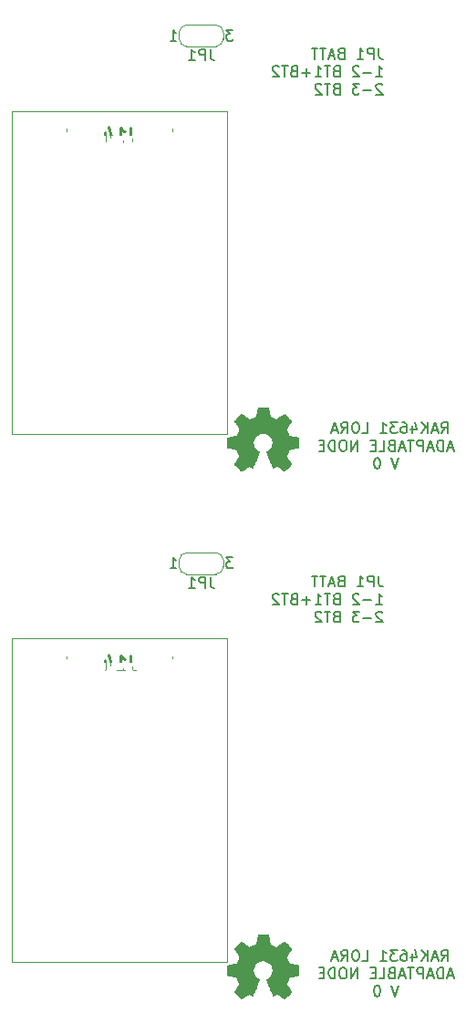
<source format=gbr>
G04 #@! TF.GenerationSoftware,KiCad,Pcbnew,5.1.5-52549c5~86~ubuntu18.04.1*
G04 #@! TF.CreationDate,2020-11-21T17:49:09-05:00*
G04 #@! TF.ProjectId,,58585858-5858-4585-9858-585858585858,rev?*
G04 #@! TF.SameCoordinates,Original*
G04 #@! TF.FileFunction,Legend,Bot*
G04 #@! TF.FilePolarity,Positive*
%FSLAX46Y46*%
G04 Gerber Fmt 4.6, Leading zero omitted, Abs format (unit mm)*
G04 Created by KiCad (PCBNEW 5.1.5-52549c5~86~ubuntu18.04.1) date 2020-11-21 17:49:09*
%MOMM*%
%LPD*%
G04 APERTURE LIST*
%ADD10C,0.150000*%
%ADD11C,0.120000*%
%ADD12C,0.100000*%
%ADD13C,0.010000*%
%ADD14C,0.254000*%
%ADD15C,1.802000*%
%ADD16O,1.802000X1.802000*%
%ADD17C,2.742000*%
%ADD18C,2.102000*%
%ADD19C,3.102000*%
%ADD20R,1.102000X1.602000*%
%ADD21R,2.502000X2.502000*%
%ADD22C,2.502000*%
%ADD23R,0.332000X0.752000*%
%ADD24R,0.552000X0.632000*%
G04 APERTURE END LIST*
D10*
X151397690Y-86731180D02*
X151397690Y-87445466D01*
X151445309Y-87588323D01*
X151540547Y-87683561D01*
X151683404Y-87731180D01*
X151778642Y-87731180D01*
X150921500Y-87731180D02*
X150921500Y-86731180D01*
X150540547Y-86731180D01*
X150445309Y-86778800D01*
X150397690Y-86826419D01*
X150350071Y-86921657D01*
X150350071Y-87064514D01*
X150397690Y-87159752D01*
X150445309Y-87207371D01*
X150540547Y-87254990D01*
X150921500Y-87254990D01*
X149397690Y-87731180D02*
X149969119Y-87731180D01*
X149683404Y-87731180D02*
X149683404Y-86731180D01*
X149778642Y-86874038D01*
X149873880Y-86969276D01*
X149969119Y-87016895D01*
X147873880Y-87207371D02*
X147731023Y-87254990D01*
X147683404Y-87302609D01*
X147635785Y-87397847D01*
X147635785Y-87540704D01*
X147683404Y-87635942D01*
X147731023Y-87683561D01*
X147826261Y-87731180D01*
X148207214Y-87731180D01*
X148207214Y-86731180D01*
X147873880Y-86731180D01*
X147778642Y-86778800D01*
X147731023Y-86826419D01*
X147683404Y-86921657D01*
X147683404Y-87016895D01*
X147731023Y-87112133D01*
X147778642Y-87159752D01*
X147873880Y-87207371D01*
X148207214Y-87207371D01*
X147254833Y-87445466D02*
X146778642Y-87445466D01*
X147350071Y-87731180D02*
X147016738Y-86731180D01*
X146683404Y-87731180D01*
X146492928Y-86731180D02*
X145921500Y-86731180D01*
X146207214Y-87731180D02*
X146207214Y-86731180D01*
X145731023Y-86731180D02*
X145159595Y-86731180D01*
X145445309Y-87731180D02*
X145445309Y-86731180D01*
X151159595Y-89381180D02*
X151731023Y-89381180D01*
X151445309Y-89381180D02*
X151445309Y-88381180D01*
X151540547Y-88524038D01*
X151635785Y-88619276D01*
X151731023Y-88666895D01*
X150731023Y-89000228D02*
X149969119Y-89000228D01*
X149540547Y-88476419D02*
X149492928Y-88428800D01*
X149397690Y-88381180D01*
X149159595Y-88381180D01*
X149064357Y-88428800D01*
X149016738Y-88476419D01*
X148969119Y-88571657D01*
X148969119Y-88666895D01*
X149016738Y-88809752D01*
X149588166Y-89381180D01*
X148969119Y-89381180D01*
X147445309Y-88857371D02*
X147302452Y-88904990D01*
X147254833Y-88952609D01*
X147207214Y-89047847D01*
X147207214Y-89190704D01*
X147254833Y-89285942D01*
X147302452Y-89333561D01*
X147397690Y-89381180D01*
X147778642Y-89381180D01*
X147778642Y-88381180D01*
X147445309Y-88381180D01*
X147350071Y-88428800D01*
X147302452Y-88476419D01*
X147254833Y-88571657D01*
X147254833Y-88666895D01*
X147302452Y-88762133D01*
X147350071Y-88809752D01*
X147445309Y-88857371D01*
X147778642Y-88857371D01*
X146921500Y-88381180D02*
X146350071Y-88381180D01*
X146635785Y-89381180D02*
X146635785Y-88381180D01*
X145492928Y-89381180D02*
X146064357Y-89381180D01*
X145778642Y-89381180D02*
X145778642Y-88381180D01*
X145873880Y-88524038D01*
X145969119Y-88619276D01*
X146064357Y-88666895D01*
X145064357Y-89000228D02*
X144302452Y-89000228D01*
X144683404Y-89381180D02*
X144683404Y-88619276D01*
X143492928Y-88857371D02*
X143350071Y-88904990D01*
X143302452Y-88952609D01*
X143254833Y-89047847D01*
X143254833Y-89190704D01*
X143302452Y-89285942D01*
X143350071Y-89333561D01*
X143445309Y-89381180D01*
X143826261Y-89381180D01*
X143826261Y-88381180D01*
X143492928Y-88381180D01*
X143397690Y-88428800D01*
X143350071Y-88476419D01*
X143302452Y-88571657D01*
X143302452Y-88666895D01*
X143350071Y-88762133D01*
X143397690Y-88809752D01*
X143492928Y-88857371D01*
X143826261Y-88857371D01*
X142969119Y-88381180D02*
X142397690Y-88381180D01*
X142683404Y-89381180D02*
X142683404Y-88381180D01*
X142111976Y-88476419D02*
X142064357Y-88428800D01*
X141969119Y-88381180D01*
X141731023Y-88381180D01*
X141635785Y-88428800D01*
X141588166Y-88476419D01*
X141540547Y-88571657D01*
X141540547Y-88666895D01*
X141588166Y-88809752D01*
X142159595Y-89381180D01*
X141540547Y-89381180D01*
X151731023Y-90126419D02*
X151683404Y-90078800D01*
X151588166Y-90031180D01*
X151350071Y-90031180D01*
X151254833Y-90078800D01*
X151207214Y-90126419D01*
X151159595Y-90221657D01*
X151159595Y-90316895D01*
X151207214Y-90459752D01*
X151778642Y-91031180D01*
X151159595Y-91031180D01*
X150731023Y-90650228D02*
X149969119Y-90650228D01*
X149588166Y-90031180D02*
X148969119Y-90031180D01*
X149302452Y-90412133D01*
X149159595Y-90412133D01*
X149064357Y-90459752D01*
X149016738Y-90507371D01*
X148969119Y-90602609D01*
X148969119Y-90840704D01*
X149016738Y-90935942D01*
X149064357Y-90983561D01*
X149159595Y-91031180D01*
X149445309Y-91031180D01*
X149540547Y-90983561D01*
X149588166Y-90935942D01*
X147445309Y-90507371D02*
X147302452Y-90554990D01*
X147254833Y-90602609D01*
X147207214Y-90697847D01*
X147207214Y-90840704D01*
X147254833Y-90935942D01*
X147302452Y-90983561D01*
X147397690Y-91031180D01*
X147778642Y-91031180D01*
X147778642Y-90031180D01*
X147445309Y-90031180D01*
X147350071Y-90078800D01*
X147302452Y-90126419D01*
X147254833Y-90221657D01*
X147254833Y-90316895D01*
X147302452Y-90412133D01*
X147350071Y-90459752D01*
X147445309Y-90507371D01*
X147778642Y-90507371D01*
X146921500Y-90031180D02*
X146350071Y-90031180D01*
X146635785Y-91031180D02*
X146635785Y-90031180D01*
X146064357Y-90126419D02*
X146016738Y-90078800D01*
X145921500Y-90031180D01*
X145683404Y-90031180D01*
X145588166Y-90078800D01*
X145540547Y-90126419D01*
X145492928Y-90221657D01*
X145492928Y-90316895D01*
X145540547Y-90459752D01*
X146111976Y-91031180D01*
X145492928Y-91031180D01*
X157212657Y-122478380D02*
X157545990Y-122002190D01*
X157784085Y-122478380D02*
X157784085Y-121478380D01*
X157403133Y-121478380D01*
X157307895Y-121526000D01*
X157260276Y-121573619D01*
X157212657Y-121668857D01*
X157212657Y-121811714D01*
X157260276Y-121906952D01*
X157307895Y-121954571D01*
X157403133Y-122002190D01*
X157784085Y-122002190D01*
X156831704Y-122192666D02*
X156355514Y-122192666D01*
X156926942Y-122478380D02*
X156593609Y-121478380D01*
X156260276Y-122478380D01*
X155926942Y-122478380D02*
X155926942Y-121478380D01*
X155355514Y-122478380D02*
X155784085Y-121906952D01*
X155355514Y-121478380D02*
X155926942Y-122049809D01*
X154498371Y-121811714D02*
X154498371Y-122478380D01*
X154736466Y-121430761D02*
X154974561Y-122145047D01*
X154355514Y-122145047D01*
X153545990Y-121478380D02*
X153736466Y-121478380D01*
X153831704Y-121526000D01*
X153879323Y-121573619D01*
X153974561Y-121716476D01*
X154022180Y-121906952D01*
X154022180Y-122287904D01*
X153974561Y-122383142D01*
X153926942Y-122430761D01*
X153831704Y-122478380D01*
X153641228Y-122478380D01*
X153545990Y-122430761D01*
X153498371Y-122383142D01*
X153450752Y-122287904D01*
X153450752Y-122049809D01*
X153498371Y-121954571D01*
X153545990Y-121906952D01*
X153641228Y-121859333D01*
X153831704Y-121859333D01*
X153926942Y-121906952D01*
X153974561Y-121954571D01*
X154022180Y-122049809D01*
X153117419Y-121478380D02*
X152498371Y-121478380D01*
X152831704Y-121859333D01*
X152688847Y-121859333D01*
X152593609Y-121906952D01*
X152545990Y-121954571D01*
X152498371Y-122049809D01*
X152498371Y-122287904D01*
X152545990Y-122383142D01*
X152593609Y-122430761D01*
X152688847Y-122478380D01*
X152974561Y-122478380D01*
X153069800Y-122430761D01*
X153117419Y-122383142D01*
X151545990Y-122478380D02*
X152117419Y-122478380D01*
X151831704Y-122478380D02*
X151831704Y-121478380D01*
X151926942Y-121621238D01*
X152022180Y-121716476D01*
X152117419Y-121764095D01*
X149879323Y-122478380D02*
X150355514Y-122478380D01*
X150355514Y-121478380D01*
X149355514Y-121478380D02*
X149165038Y-121478380D01*
X149069800Y-121526000D01*
X148974561Y-121621238D01*
X148926942Y-121811714D01*
X148926942Y-122145047D01*
X148974561Y-122335523D01*
X149069800Y-122430761D01*
X149165038Y-122478380D01*
X149355514Y-122478380D01*
X149450752Y-122430761D01*
X149545990Y-122335523D01*
X149593609Y-122145047D01*
X149593609Y-121811714D01*
X149545990Y-121621238D01*
X149450752Y-121526000D01*
X149355514Y-121478380D01*
X147926942Y-122478380D02*
X148260276Y-122002190D01*
X148498371Y-122478380D02*
X148498371Y-121478380D01*
X148117419Y-121478380D01*
X148022180Y-121526000D01*
X147974561Y-121573619D01*
X147926942Y-121668857D01*
X147926942Y-121811714D01*
X147974561Y-121906952D01*
X148022180Y-121954571D01*
X148117419Y-122002190D01*
X148498371Y-122002190D01*
X147545990Y-122192666D02*
X147069800Y-122192666D01*
X147641228Y-122478380D02*
X147307895Y-121478380D01*
X146974561Y-122478380D01*
X158284085Y-123842666D02*
X157807895Y-123842666D01*
X158379323Y-124128380D02*
X158045990Y-123128380D01*
X157712657Y-124128380D01*
X157379323Y-124128380D02*
X157379323Y-123128380D01*
X157141228Y-123128380D01*
X156998371Y-123176000D01*
X156903133Y-123271238D01*
X156855514Y-123366476D01*
X156807895Y-123556952D01*
X156807895Y-123699809D01*
X156855514Y-123890285D01*
X156903133Y-123985523D01*
X156998371Y-124080761D01*
X157141228Y-124128380D01*
X157379323Y-124128380D01*
X156426942Y-123842666D02*
X155950752Y-123842666D01*
X156522180Y-124128380D02*
X156188847Y-123128380D01*
X155855514Y-124128380D01*
X155522180Y-124128380D02*
X155522180Y-123128380D01*
X155141228Y-123128380D01*
X155045990Y-123176000D01*
X154998371Y-123223619D01*
X154950752Y-123318857D01*
X154950752Y-123461714D01*
X154998371Y-123556952D01*
X155045990Y-123604571D01*
X155141228Y-123652190D01*
X155522180Y-123652190D01*
X154665038Y-123128380D02*
X154093609Y-123128380D01*
X154379323Y-124128380D02*
X154379323Y-123128380D01*
X153807895Y-123842666D02*
X153331704Y-123842666D01*
X153903133Y-124128380D02*
X153569800Y-123128380D01*
X153236466Y-124128380D01*
X152569800Y-123604571D02*
X152426942Y-123652190D01*
X152379323Y-123699809D01*
X152331704Y-123795047D01*
X152331704Y-123937904D01*
X152379323Y-124033142D01*
X152426942Y-124080761D01*
X152522180Y-124128380D01*
X152903133Y-124128380D01*
X152903133Y-123128380D01*
X152569800Y-123128380D01*
X152474561Y-123176000D01*
X152426942Y-123223619D01*
X152379323Y-123318857D01*
X152379323Y-123414095D01*
X152426942Y-123509333D01*
X152474561Y-123556952D01*
X152569800Y-123604571D01*
X152903133Y-123604571D01*
X151426942Y-124128380D02*
X151903133Y-124128380D01*
X151903133Y-123128380D01*
X151093609Y-123604571D02*
X150760276Y-123604571D01*
X150617419Y-124128380D02*
X151093609Y-124128380D01*
X151093609Y-123128380D01*
X150617419Y-123128380D01*
X149426942Y-124128380D02*
X149426942Y-123128380D01*
X148855514Y-124128380D01*
X148855514Y-123128380D01*
X148188847Y-123128380D02*
X147998371Y-123128380D01*
X147903133Y-123176000D01*
X147807895Y-123271238D01*
X147760276Y-123461714D01*
X147760276Y-123795047D01*
X147807895Y-123985523D01*
X147903133Y-124080761D01*
X147998371Y-124128380D01*
X148188847Y-124128380D01*
X148284085Y-124080761D01*
X148379323Y-123985523D01*
X148426942Y-123795047D01*
X148426942Y-123461714D01*
X148379323Y-123271238D01*
X148284085Y-123176000D01*
X148188847Y-123128380D01*
X147331704Y-124128380D02*
X147331704Y-123128380D01*
X147093609Y-123128380D01*
X146950752Y-123176000D01*
X146855514Y-123271238D01*
X146807895Y-123366476D01*
X146760276Y-123556952D01*
X146760276Y-123699809D01*
X146807895Y-123890285D01*
X146855514Y-123985523D01*
X146950752Y-124080761D01*
X147093609Y-124128380D01*
X147331704Y-124128380D01*
X146331704Y-123604571D02*
X145998371Y-123604571D01*
X145855514Y-124128380D02*
X146331704Y-124128380D01*
X146331704Y-123128380D01*
X145855514Y-123128380D01*
X153260276Y-124778380D02*
X152926942Y-125778380D01*
X152593609Y-124778380D01*
X151307895Y-124778380D02*
X151212657Y-124778380D01*
X151117419Y-124826000D01*
X151069800Y-124873619D01*
X151022180Y-124968857D01*
X150974561Y-125159333D01*
X150974561Y-125397428D01*
X151022180Y-125587904D01*
X151069800Y-125683142D01*
X151117419Y-125730761D01*
X151212657Y-125778380D01*
X151307895Y-125778380D01*
X151403133Y-125730761D01*
X151450752Y-125683142D01*
X151498371Y-125587904D01*
X151545990Y-125397428D01*
X151545990Y-125159333D01*
X151498371Y-124968857D01*
X151450752Y-124873619D01*
X151403133Y-124826000D01*
X151307895Y-124778380D01*
X157212657Y-73478380D02*
X157545990Y-73002190D01*
X157784085Y-73478380D02*
X157784085Y-72478380D01*
X157403133Y-72478380D01*
X157307895Y-72526000D01*
X157260276Y-72573619D01*
X157212657Y-72668857D01*
X157212657Y-72811714D01*
X157260276Y-72906952D01*
X157307895Y-72954571D01*
X157403133Y-73002190D01*
X157784085Y-73002190D01*
X156831704Y-73192666D02*
X156355514Y-73192666D01*
X156926942Y-73478380D02*
X156593609Y-72478380D01*
X156260276Y-73478380D01*
X155926942Y-73478380D02*
X155926942Y-72478380D01*
X155355514Y-73478380D02*
X155784085Y-72906952D01*
X155355514Y-72478380D02*
X155926942Y-73049809D01*
X154498371Y-72811714D02*
X154498371Y-73478380D01*
X154736466Y-72430761D02*
X154974561Y-73145047D01*
X154355514Y-73145047D01*
X153545990Y-72478380D02*
X153736466Y-72478380D01*
X153831704Y-72526000D01*
X153879323Y-72573619D01*
X153974561Y-72716476D01*
X154022180Y-72906952D01*
X154022180Y-73287904D01*
X153974561Y-73383142D01*
X153926942Y-73430761D01*
X153831704Y-73478380D01*
X153641228Y-73478380D01*
X153545990Y-73430761D01*
X153498371Y-73383142D01*
X153450752Y-73287904D01*
X153450752Y-73049809D01*
X153498371Y-72954571D01*
X153545990Y-72906952D01*
X153641228Y-72859333D01*
X153831704Y-72859333D01*
X153926942Y-72906952D01*
X153974561Y-72954571D01*
X154022180Y-73049809D01*
X153117419Y-72478380D02*
X152498371Y-72478380D01*
X152831704Y-72859333D01*
X152688847Y-72859333D01*
X152593609Y-72906952D01*
X152545990Y-72954571D01*
X152498371Y-73049809D01*
X152498371Y-73287904D01*
X152545990Y-73383142D01*
X152593609Y-73430761D01*
X152688847Y-73478380D01*
X152974561Y-73478380D01*
X153069800Y-73430761D01*
X153117419Y-73383142D01*
X151545990Y-73478380D02*
X152117419Y-73478380D01*
X151831704Y-73478380D02*
X151831704Y-72478380D01*
X151926942Y-72621238D01*
X152022180Y-72716476D01*
X152117419Y-72764095D01*
X149879323Y-73478380D02*
X150355514Y-73478380D01*
X150355514Y-72478380D01*
X149355514Y-72478380D02*
X149165038Y-72478380D01*
X149069800Y-72526000D01*
X148974561Y-72621238D01*
X148926942Y-72811714D01*
X148926942Y-73145047D01*
X148974561Y-73335523D01*
X149069800Y-73430761D01*
X149165038Y-73478380D01*
X149355514Y-73478380D01*
X149450752Y-73430761D01*
X149545990Y-73335523D01*
X149593609Y-73145047D01*
X149593609Y-72811714D01*
X149545990Y-72621238D01*
X149450752Y-72526000D01*
X149355514Y-72478380D01*
X147926942Y-73478380D02*
X148260276Y-73002190D01*
X148498371Y-73478380D02*
X148498371Y-72478380D01*
X148117419Y-72478380D01*
X148022180Y-72526000D01*
X147974561Y-72573619D01*
X147926942Y-72668857D01*
X147926942Y-72811714D01*
X147974561Y-72906952D01*
X148022180Y-72954571D01*
X148117419Y-73002190D01*
X148498371Y-73002190D01*
X147545990Y-73192666D02*
X147069800Y-73192666D01*
X147641228Y-73478380D02*
X147307895Y-72478380D01*
X146974561Y-73478380D01*
X158284085Y-74842666D02*
X157807895Y-74842666D01*
X158379323Y-75128380D02*
X158045990Y-74128380D01*
X157712657Y-75128380D01*
X157379323Y-75128380D02*
X157379323Y-74128380D01*
X157141228Y-74128380D01*
X156998371Y-74176000D01*
X156903133Y-74271238D01*
X156855514Y-74366476D01*
X156807895Y-74556952D01*
X156807895Y-74699809D01*
X156855514Y-74890285D01*
X156903133Y-74985523D01*
X156998371Y-75080761D01*
X157141228Y-75128380D01*
X157379323Y-75128380D01*
X156426942Y-74842666D02*
X155950752Y-74842666D01*
X156522180Y-75128380D02*
X156188847Y-74128380D01*
X155855514Y-75128380D01*
X155522180Y-75128380D02*
X155522180Y-74128380D01*
X155141228Y-74128380D01*
X155045990Y-74176000D01*
X154998371Y-74223619D01*
X154950752Y-74318857D01*
X154950752Y-74461714D01*
X154998371Y-74556952D01*
X155045990Y-74604571D01*
X155141228Y-74652190D01*
X155522180Y-74652190D01*
X154665038Y-74128380D02*
X154093609Y-74128380D01*
X154379323Y-75128380D02*
X154379323Y-74128380D01*
X153807895Y-74842666D02*
X153331704Y-74842666D01*
X153903133Y-75128380D02*
X153569800Y-74128380D01*
X153236466Y-75128380D01*
X152569800Y-74604571D02*
X152426942Y-74652190D01*
X152379323Y-74699809D01*
X152331704Y-74795047D01*
X152331704Y-74937904D01*
X152379323Y-75033142D01*
X152426942Y-75080761D01*
X152522180Y-75128380D01*
X152903133Y-75128380D01*
X152903133Y-74128380D01*
X152569800Y-74128380D01*
X152474561Y-74176000D01*
X152426942Y-74223619D01*
X152379323Y-74318857D01*
X152379323Y-74414095D01*
X152426942Y-74509333D01*
X152474561Y-74556952D01*
X152569800Y-74604571D01*
X152903133Y-74604571D01*
X151426942Y-75128380D02*
X151903133Y-75128380D01*
X151903133Y-74128380D01*
X151093609Y-74604571D02*
X150760276Y-74604571D01*
X150617419Y-75128380D02*
X151093609Y-75128380D01*
X151093609Y-74128380D01*
X150617419Y-74128380D01*
X149426942Y-75128380D02*
X149426942Y-74128380D01*
X148855514Y-75128380D01*
X148855514Y-74128380D01*
X148188847Y-74128380D02*
X147998371Y-74128380D01*
X147903133Y-74176000D01*
X147807895Y-74271238D01*
X147760276Y-74461714D01*
X147760276Y-74795047D01*
X147807895Y-74985523D01*
X147903133Y-75080761D01*
X147998371Y-75128380D01*
X148188847Y-75128380D01*
X148284085Y-75080761D01*
X148379323Y-74985523D01*
X148426942Y-74795047D01*
X148426942Y-74461714D01*
X148379323Y-74271238D01*
X148284085Y-74176000D01*
X148188847Y-74128380D01*
X147331704Y-75128380D02*
X147331704Y-74128380D01*
X147093609Y-74128380D01*
X146950752Y-74176000D01*
X146855514Y-74271238D01*
X146807895Y-74366476D01*
X146760276Y-74556952D01*
X146760276Y-74699809D01*
X146807895Y-74890285D01*
X146855514Y-74985523D01*
X146950752Y-75080761D01*
X147093609Y-75128380D01*
X147331704Y-75128380D01*
X146331704Y-74604571D02*
X145998371Y-74604571D01*
X145855514Y-75128380D02*
X146331704Y-75128380D01*
X146331704Y-74128380D01*
X145855514Y-74128380D01*
X153260276Y-75778380D02*
X152926942Y-76778380D01*
X152593609Y-75778380D01*
X151307895Y-75778380D02*
X151212657Y-75778380D01*
X151117419Y-75826000D01*
X151069800Y-75873619D01*
X151022180Y-75968857D01*
X150974561Y-76159333D01*
X150974561Y-76397428D01*
X151022180Y-76587904D01*
X151069800Y-76683142D01*
X151117419Y-76730761D01*
X151212657Y-76778380D01*
X151307895Y-76778380D01*
X151403133Y-76730761D01*
X151450752Y-76683142D01*
X151498371Y-76587904D01*
X151545990Y-76397428D01*
X151545990Y-76159333D01*
X151498371Y-75968857D01*
X151450752Y-75873619D01*
X151403133Y-75826000D01*
X151307895Y-75778380D01*
X151397690Y-37731180D02*
X151397690Y-38445466D01*
X151445309Y-38588323D01*
X151540547Y-38683561D01*
X151683404Y-38731180D01*
X151778642Y-38731180D01*
X150921500Y-38731180D02*
X150921500Y-37731180D01*
X150540547Y-37731180D01*
X150445309Y-37778800D01*
X150397690Y-37826419D01*
X150350071Y-37921657D01*
X150350071Y-38064514D01*
X150397690Y-38159752D01*
X150445309Y-38207371D01*
X150540547Y-38254990D01*
X150921500Y-38254990D01*
X149397690Y-38731180D02*
X149969119Y-38731180D01*
X149683404Y-38731180D02*
X149683404Y-37731180D01*
X149778642Y-37874038D01*
X149873880Y-37969276D01*
X149969119Y-38016895D01*
X147873880Y-38207371D02*
X147731023Y-38254990D01*
X147683404Y-38302609D01*
X147635785Y-38397847D01*
X147635785Y-38540704D01*
X147683404Y-38635942D01*
X147731023Y-38683561D01*
X147826261Y-38731180D01*
X148207214Y-38731180D01*
X148207214Y-37731180D01*
X147873880Y-37731180D01*
X147778642Y-37778800D01*
X147731023Y-37826419D01*
X147683404Y-37921657D01*
X147683404Y-38016895D01*
X147731023Y-38112133D01*
X147778642Y-38159752D01*
X147873880Y-38207371D01*
X148207214Y-38207371D01*
X147254833Y-38445466D02*
X146778642Y-38445466D01*
X147350071Y-38731180D02*
X147016738Y-37731180D01*
X146683404Y-38731180D01*
X146492928Y-37731180D02*
X145921500Y-37731180D01*
X146207214Y-38731180D02*
X146207214Y-37731180D01*
X145731023Y-37731180D02*
X145159595Y-37731180D01*
X145445309Y-38731180D02*
X145445309Y-37731180D01*
X151159595Y-40381180D02*
X151731023Y-40381180D01*
X151445309Y-40381180D02*
X151445309Y-39381180D01*
X151540547Y-39524038D01*
X151635785Y-39619276D01*
X151731023Y-39666895D01*
X150731023Y-40000228D02*
X149969119Y-40000228D01*
X149540547Y-39476419D02*
X149492928Y-39428800D01*
X149397690Y-39381180D01*
X149159595Y-39381180D01*
X149064357Y-39428800D01*
X149016738Y-39476419D01*
X148969119Y-39571657D01*
X148969119Y-39666895D01*
X149016738Y-39809752D01*
X149588166Y-40381180D01*
X148969119Y-40381180D01*
X147445309Y-39857371D02*
X147302452Y-39904990D01*
X147254833Y-39952609D01*
X147207214Y-40047847D01*
X147207214Y-40190704D01*
X147254833Y-40285942D01*
X147302452Y-40333561D01*
X147397690Y-40381180D01*
X147778642Y-40381180D01*
X147778642Y-39381180D01*
X147445309Y-39381180D01*
X147350071Y-39428800D01*
X147302452Y-39476419D01*
X147254833Y-39571657D01*
X147254833Y-39666895D01*
X147302452Y-39762133D01*
X147350071Y-39809752D01*
X147445309Y-39857371D01*
X147778642Y-39857371D01*
X146921500Y-39381180D02*
X146350071Y-39381180D01*
X146635785Y-40381180D02*
X146635785Y-39381180D01*
X145492928Y-40381180D02*
X146064357Y-40381180D01*
X145778642Y-40381180D02*
X145778642Y-39381180D01*
X145873880Y-39524038D01*
X145969119Y-39619276D01*
X146064357Y-39666895D01*
X145064357Y-40000228D02*
X144302452Y-40000228D01*
X144683404Y-40381180D02*
X144683404Y-39619276D01*
X143492928Y-39857371D02*
X143350071Y-39904990D01*
X143302452Y-39952609D01*
X143254833Y-40047847D01*
X143254833Y-40190704D01*
X143302452Y-40285942D01*
X143350071Y-40333561D01*
X143445309Y-40381180D01*
X143826261Y-40381180D01*
X143826261Y-39381180D01*
X143492928Y-39381180D01*
X143397690Y-39428800D01*
X143350071Y-39476419D01*
X143302452Y-39571657D01*
X143302452Y-39666895D01*
X143350071Y-39762133D01*
X143397690Y-39809752D01*
X143492928Y-39857371D01*
X143826261Y-39857371D01*
X142969119Y-39381180D02*
X142397690Y-39381180D01*
X142683404Y-40381180D02*
X142683404Y-39381180D01*
X142111976Y-39476419D02*
X142064357Y-39428800D01*
X141969119Y-39381180D01*
X141731023Y-39381180D01*
X141635785Y-39428800D01*
X141588166Y-39476419D01*
X141540547Y-39571657D01*
X141540547Y-39666895D01*
X141588166Y-39809752D01*
X142159595Y-40381180D01*
X141540547Y-40381180D01*
X151731023Y-41126419D02*
X151683404Y-41078800D01*
X151588166Y-41031180D01*
X151350071Y-41031180D01*
X151254833Y-41078800D01*
X151207214Y-41126419D01*
X151159595Y-41221657D01*
X151159595Y-41316895D01*
X151207214Y-41459752D01*
X151778642Y-42031180D01*
X151159595Y-42031180D01*
X150731023Y-41650228D02*
X149969119Y-41650228D01*
X149588166Y-41031180D02*
X148969119Y-41031180D01*
X149302452Y-41412133D01*
X149159595Y-41412133D01*
X149064357Y-41459752D01*
X149016738Y-41507371D01*
X148969119Y-41602609D01*
X148969119Y-41840704D01*
X149016738Y-41935942D01*
X149064357Y-41983561D01*
X149159595Y-42031180D01*
X149445309Y-42031180D01*
X149540547Y-41983561D01*
X149588166Y-41935942D01*
X147445309Y-41507371D02*
X147302452Y-41554990D01*
X147254833Y-41602609D01*
X147207214Y-41697847D01*
X147207214Y-41840704D01*
X147254833Y-41935942D01*
X147302452Y-41983561D01*
X147397690Y-42031180D01*
X147778642Y-42031180D01*
X147778642Y-41031180D01*
X147445309Y-41031180D01*
X147350071Y-41078800D01*
X147302452Y-41126419D01*
X147254833Y-41221657D01*
X147254833Y-41316895D01*
X147302452Y-41412133D01*
X147350071Y-41459752D01*
X147445309Y-41507371D01*
X147778642Y-41507371D01*
X146921500Y-41031180D02*
X146350071Y-41031180D01*
X146635785Y-42031180D02*
X146635785Y-41031180D01*
X146064357Y-41126419D02*
X146016738Y-41078800D01*
X145921500Y-41031180D01*
X145683404Y-41031180D01*
X145588166Y-41078800D01*
X145540547Y-41126419D01*
X145492928Y-41221657D01*
X145492928Y-41316895D01*
X145540547Y-41459752D01*
X146111976Y-42031180D01*
X145492928Y-42031180D01*
D11*
X132874800Y-85276000D02*
X132874800Y-85876000D01*
X136324800Y-84576000D02*
X133524800Y-84576000D01*
X136974800Y-85876000D02*
X136974800Y-85276000D01*
X133524800Y-86576000D02*
X136324800Y-86576000D01*
X136274800Y-86576000D02*
G75*
G03X136974800Y-85876000I0J700000D01*
G01*
X136974800Y-85276000D02*
G75*
G03X136274800Y-84576000I-700000J0D01*
G01*
X133574800Y-84576000D02*
G75*
G03X132874800Y-85276000I0J-700000D01*
G01*
X132874800Y-85876000D02*
G75*
G03X133574800Y-86576000I700000J0D01*
G01*
D12*
X122430200Y-94413600D02*
X122430200Y-94213600D01*
X132230200Y-94413600D02*
X132230200Y-94213600D01*
D11*
X137330200Y-92563600D02*
X117330200Y-92563600D01*
X137330200Y-122563600D02*
X117330200Y-122563600D01*
X137330200Y-92563600D02*
X137330200Y-122563600D01*
X117330200Y-92563600D02*
X117330200Y-122563600D01*
D13*
G36*
X140083986Y-120509931D02*
G01*
X140000165Y-120954555D01*
X139690880Y-121082053D01*
X139381594Y-121209551D01*
X139010554Y-120957246D01*
X138906643Y-120886996D01*
X138812713Y-120824272D01*
X138733148Y-120771938D01*
X138672330Y-120732857D01*
X138634643Y-120709893D01*
X138624379Y-120704942D01*
X138605890Y-120717676D01*
X138566380Y-120752882D01*
X138510278Y-120806062D01*
X138442013Y-120872718D01*
X138366014Y-120948354D01*
X138286708Y-121028472D01*
X138208525Y-121108574D01*
X138135893Y-121184164D01*
X138073241Y-121250745D01*
X138024997Y-121303818D01*
X137995590Y-121338887D01*
X137988559Y-121350623D01*
X137998677Y-121372260D01*
X138027041Y-121419662D01*
X138070671Y-121488193D01*
X138126582Y-121573215D01*
X138191794Y-121670093D01*
X138229581Y-121725350D01*
X138298457Y-121826248D01*
X138359660Y-121917299D01*
X138410222Y-121993970D01*
X138447172Y-122051728D01*
X138467542Y-122086043D01*
X138470603Y-122093254D01*
X138463664Y-122113748D01*
X138444749Y-122161513D01*
X138416713Y-122229832D01*
X138382409Y-122311989D01*
X138344691Y-122401270D01*
X138306413Y-122490958D01*
X138270430Y-122574338D01*
X138239594Y-122644694D01*
X138216761Y-122695310D01*
X138204783Y-122719471D01*
X138204076Y-122720422D01*
X138185269Y-122725036D01*
X138135182Y-122735328D01*
X138059007Y-122750287D01*
X137961935Y-122768901D01*
X137849157Y-122790159D01*
X137783358Y-122802418D01*
X137662850Y-122825362D01*
X137554003Y-122847195D01*
X137462324Y-122866722D01*
X137393319Y-122882748D01*
X137352496Y-122894079D01*
X137344289Y-122897674D01*
X137336252Y-122922006D01*
X137329767Y-122976959D01*
X137324830Y-123056108D01*
X137321436Y-123153026D01*
X137319582Y-123261287D01*
X137319262Y-123374465D01*
X137320473Y-123486135D01*
X137323210Y-123589868D01*
X137327469Y-123679241D01*
X137333245Y-123747826D01*
X137340533Y-123789197D01*
X137344905Y-123797810D01*
X137371036Y-123808133D01*
X137426407Y-123822892D01*
X137503693Y-123840352D01*
X137595570Y-123858780D01*
X137627642Y-123864741D01*
X137782276Y-123893066D01*
X137904425Y-123915876D01*
X137998127Y-123934080D01*
X138067416Y-123948583D01*
X138116329Y-123960292D01*
X138148903Y-123970115D01*
X138169172Y-123978956D01*
X138181174Y-123987724D01*
X138182853Y-123989457D01*
X138199616Y-124017371D01*
X138225186Y-124071695D01*
X138257012Y-124145777D01*
X138292540Y-124232965D01*
X138329217Y-124326608D01*
X138364489Y-124420052D01*
X138395804Y-124506647D01*
X138420607Y-124579740D01*
X138436346Y-124632678D01*
X138440468Y-124658811D01*
X138440124Y-124659726D01*
X138426159Y-124681086D01*
X138394478Y-124728084D01*
X138348409Y-124795827D01*
X138291282Y-124879423D01*
X138226427Y-124973982D01*
X138207957Y-125000854D01*
X138142101Y-125098275D01*
X138084150Y-125187163D01*
X138037262Y-125262412D01*
X138004593Y-125318920D01*
X137989300Y-125351581D01*
X137988559Y-125355593D01*
X138001408Y-125376684D01*
X138036912Y-125418464D01*
X138090507Y-125476445D01*
X138157629Y-125546135D01*
X138233713Y-125623045D01*
X138314196Y-125702683D01*
X138394513Y-125780561D01*
X138470101Y-125852186D01*
X138536395Y-125913070D01*
X138588831Y-125958721D01*
X138622845Y-125984650D01*
X138632255Y-125988883D01*
X138654157Y-125978912D01*
X138699000Y-125952020D01*
X138759479Y-125912736D01*
X138806011Y-125881117D01*
X138890325Y-125823098D01*
X138990174Y-125754784D01*
X139090327Y-125686579D01*
X139144173Y-125650075D01*
X139326429Y-125526800D01*
X139479419Y-125609520D01*
X139549118Y-125645759D01*
X139608386Y-125673926D01*
X139648489Y-125689991D01*
X139658697Y-125692226D01*
X139670971Y-125675722D01*
X139695187Y-125629082D01*
X139729537Y-125556609D01*
X139772212Y-125462606D01*
X139821406Y-125351374D01*
X139875310Y-125227215D01*
X139932116Y-125094432D01*
X139990018Y-124957327D01*
X140047207Y-124820202D01*
X140101876Y-124687358D01*
X140152216Y-124563098D01*
X140196420Y-124451725D01*
X140232681Y-124357539D01*
X140259191Y-124284844D01*
X140274142Y-124237941D01*
X140276546Y-124221833D01*
X140257489Y-124201286D01*
X140215764Y-124167933D01*
X140160094Y-124128702D01*
X140155422Y-124125599D01*
X140011536Y-124010423D01*
X139895517Y-123876053D01*
X139808370Y-123726784D01*
X139751101Y-123566913D01*
X139724714Y-123400737D01*
X139730215Y-123232552D01*
X139768610Y-123066655D01*
X139840905Y-122907342D01*
X139862174Y-122872487D01*
X139972804Y-122731737D01*
X140103498Y-122618714D01*
X140249736Y-122534003D01*
X140406992Y-122478194D01*
X140570743Y-122451874D01*
X140736467Y-122455630D01*
X140899638Y-122490050D01*
X141055735Y-122555723D01*
X141200233Y-122653235D01*
X141244931Y-122692813D01*
X141358688Y-122816703D01*
X141441582Y-122947124D01*
X141498444Y-123093315D01*
X141530113Y-123238088D01*
X141537931Y-123400860D01*
X141511862Y-123564440D01*
X141454555Y-123723298D01*
X141368656Y-123871906D01*
X141256814Y-124004735D01*
X141121677Y-124116256D01*
X141103917Y-124128011D01*
X141047650Y-124166508D01*
X141004877Y-124199863D01*
X140984428Y-124221160D01*
X140984131Y-124221833D01*
X140988521Y-124244871D01*
X141005924Y-124297157D01*
X141034532Y-124374390D01*
X141072535Y-124472268D01*
X141118126Y-124586491D01*
X141169497Y-124712758D01*
X141224838Y-124846767D01*
X141282342Y-124984218D01*
X141340199Y-125120808D01*
X141396602Y-125252237D01*
X141449742Y-125374205D01*
X141497810Y-125482409D01*
X141538999Y-125572549D01*
X141571499Y-125640323D01*
X141593503Y-125681430D01*
X141602364Y-125692226D01*
X141629440Y-125683819D01*
X141680103Y-125661272D01*
X141745617Y-125628613D01*
X141781641Y-125609520D01*
X141934632Y-125526800D01*
X142116888Y-125650075D01*
X142209925Y-125713228D01*
X142311785Y-125782727D01*
X142407238Y-125848165D01*
X142455050Y-125881117D01*
X142522295Y-125926273D01*
X142579236Y-125962057D01*
X142618446Y-125983938D01*
X142631181Y-125988563D01*
X142649717Y-125976085D01*
X142690741Y-125941252D01*
X142750275Y-125887678D01*
X142824342Y-125818983D01*
X142908965Y-125738781D01*
X142962485Y-125687286D01*
X143056119Y-125595286D01*
X143137041Y-125512999D01*
X143201977Y-125443945D01*
X143247658Y-125391644D01*
X143270811Y-125359616D01*
X143273032Y-125353116D01*
X143262724Y-125328394D01*
X143234239Y-125278405D01*
X143190737Y-125208212D01*
X143135377Y-125122875D01*
X143071320Y-125027456D01*
X143053103Y-125000854D01*
X142986727Y-124904167D01*
X142927178Y-124817117D01*
X142877784Y-124744595D01*
X142841875Y-124691493D01*
X142822781Y-124662703D01*
X142820936Y-124659726D01*
X142823695Y-124636782D01*
X142838338Y-124586336D01*
X142862313Y-124515041D01*
X142893066Y-124429547D01*
X142928044Y-124336507D01*
X142964693Y-124242574D01*
X143000461Y-124154399D01*
X143032794Y-124078634D01*
X143059138Y-124021931D01*
X143076942Y-123990943D01*
X143078207Y-123989457D01*
X143089094Y-123980601D01*
X143107482Y-123971843D01*
X143137406Y-123962277D01*
X143182903Y-123950996D01*
X143248009Y-123937093D01*
X143336761Y-123919663D01*
X143453193Y-123897798D01*
X143601342Y-123870591D01*
X143633418Y-123864741D01*
X143728486Y-123846374D01*
X143811365Y-123828405D01*
X143874730Y-123812569D01*
X143911258Y-123800600D01*
X143916156Y-123797810D01*
X143924227Y-123773072D01*
X143930787Y-123717790D01*
X143935833Y-123638389D01*
X143939359Y-123541296D01*
X143941361Y-123432938D01*
X143941836Y-123319740D01*
X143940777Y-123208128D01*
X143938182Y-123104529D01*
X143934046Y-123015368D01*
X143928363Y-122947072D01*
X143921131Y-122906066D01*
X143916771Y-122897674D01*
X143892498Y-122889208D01*
X143837226Y-122875435D01*
X143756462Y-122857550D01*
X143655712Y-122836748D01*
X143540483Y-122814223D01*
X143477702Y-122802418D01*
X143358587Y-122780151D01*
X143252365Y-122759979D01*
X143164227Y-122742915D01*
X143099366Y-122729969D01*
X143062974Y-122722155D01*
X143056984Y-122720422D01*
X143046861Y-122700890D01*
X143025462Y-122653843D01*
X142995639Y-122586003D01*
X142960245Y-122504091D01*
X142922132Y-122414828D01*
X142884153Y-122324935D01*
X142849160Y-122241135D01*
X142820006Y-122170147D01*
X142799543Y-122118694D01*
X142790623Y-122093497D01*
X142790457Y-122092396D01*
X142800569Y-122072519D01*
X142828917Y-122026777D01*
X142872523Y-121959717D01*
X142928406Y-121875884D01*
X142993587Y-121779826D01*
X143031479Y-121724650D01*
X143100525Y-121623481D01*
X143161850Y-121531630D01*
X143212463Y-121453744D01*
X143249371Y-121394469D01*
X143269582Y-121358451D01*
X143272501Y-121350377D01*
X143259953Y-121331584D01*
X143225263Y-121291457D01*
X143172863Y-121234493D01*
X143107184Y-121165185D01*
X143032656Y-121088031D01*
X142953713Y-121007525D01*
X142874783Y-120928163D01*
X142800300Y-120854440D01*
X142734694Y-120790852D01*
X142682396Y-120741894D01*
X142647839Y-120712061D01*
X142636278Y-120704942D01*
X142617454Y-120714953D01*
X142572431Y-120743078D01*
X142505587Y-120786454D01*
X142421299Y-120842218D01*
X142323944Y-120907506D01*
X142250507Y-120957246D01*
X141879467Y-121209551D01*
X141260895Y-120954555D01*
X141177075Y-120509931D01*
X141093254Y-120065307D01*
X140167806Y-120065307D01*
X140083986Y-120509931D01*
G37*
X140083986Y-120509931D02*
X140000165Y-120954555D01*
X139690880Y-121082053D01*
X139381594Y-121209551D01*
X139010554Y-120957246D01*
X138906643Y-120886996D01*
X138812713Y-120824272D01*
X138733148Y-120771938D01*
X138672330Y-120732857D01*
X138634643Y-120709893D01*
X138624379Y-120704942D01*
X138605890Y-120717676D01*
X138566380Y-120752882D01*
X138510278Y-120806062D01*
X138442013Y-120872718D01*
X138366014Y-120948354D01*
X138286708Y-121028472D01*
X138208525Y-121108574D01*
X138135893Y-121184164D01*
X138073241Y-121250745D01*
X138024997Y-121303818D01*
X137995590Y-121338887D01*
X137988559Y-121350623D01*
X137998677Y-121372260D01*
X138027041Y-121419662D01*
X138070671Y-121488193D01*
X138126582Y-121573215D01*
X138191794Y-121670093D01*
X138229581Y-121725350D01*
X138298457Y-121826248D01*
X138359660Y-121917299D01*
X138410222Y-121993970D01*
X138447172Y-122051728D01*
X138467542Y-122086043D01*
X138470603Y-122093254D01*
X138463664Y-122113748D01*
X138444749Y-122161513D01*
X138416713Y-122229832D01*
X138382409Y-122311989D01*
X138344691Y-122401270D01*
X138306413Y-122490958D01*
X138270430Y-122574338D01*
X138239594Y-122644694D01*
X138216761Y-122695310D01*
X138204783Y-122719471D01*
X138204076Y-122720422D01*
X138185269Y-122725036D01*
X138135182Y-122735328D01*
X138059007Y-122750287D01*
X137961935Y-122768901D01*
X137849157Y-122790159D01*
X137783358Y-122802418D01*
X137662850Y-122825362D01*
X137554003Y-122847195D01*
X137462324Y-122866722D01*
X137393319Y-122882748D01*
X137352496Y-122894079D01*
X137344289Y-122897674D01*
X137336252Y-122922006D01*
X137329767Y-122976959D01*
X137324830Y-123056108D01*
X137321436Y-123153026D01*
X137319582Y-123261287D01*
X137319262Y-123374465D01*
X137320473Y-123486135D01*
X137323210Y-123589868D01*
X137327469Y-123679241D01*
X137333245Y-123747826D01*
X137340533Y-123789197D01*
X137344905Y-123797810D01*
X137371036Y-123808133D01*
X137426407Y-123822892D01*
X137503693Y-123840352D01*
X137595570Y-123858780D01*
X137627642Y-123864741D01*
X137782276Y-123893066D01*
X137904425Y-123915876D01*
X137998127Y-123934080D01*
X138067416Y-123948583D01*
X138116329Y-123960292D01*
X138148903Y-123970115D01*
X138169172Y-123978956D01*
X138181174Y-123987724D01*
X138182853Y-123989457D01*
X138199616Y-124017371D01*
X138225186Y-124071695D01*
X138257012Y-124145777D01*
X138292540Y-124232965D01*
X138329217Y-124326608D01*
X138364489Y-124420052D01*
X138395804Y-124506647D01*
X138420607Y-124579740D01*
X138436346Y-124632678D01*
X138440468Y-124658811D01*
X138440124Y-124659726D01*
X138426159Y-124681086D01*
X138394478Y-124728084D01*
X138348409Y-124795827D01*
X138291282Y-124879423D01*
X138226427Y-124973982D01*
X138207957Y-125000854D01*
X138142101Y-125098275D01*
X138084150Y-125187163D01*
X138037262Y-125262412D01*
X138004593Y-125318920D01*
X137989300Y-125351581D01*
X137988559Y-125355593D01*
X138001408Y-125376684D01*
X138036912Y-125418464D01*
X138090507Y-125476445D01*
X138157629Y-125546135D01*
X138233713Y-125623045D01*
X138314196Y-125702683D01*
X138394513Y-125780561D01*
X138470101Y-125852186D01*
X138536395Y-125913070D01*
X138588831Y-125958721D01*
X138622845Y-125984650D01*
X138632255Y-125988883D01*
X138654157Y-125978912D01*
X138699000Y-125952020D01*
X138759479Y-125912736D01*
X138806011Y-125881117D01*
X138890325Y-125823098D01*
X138990174Y-125754784D01*
X139090327Y-125686579D01*
X139144173Y-125650075D01*
X139326429Y-125526800D01*
X139479419Y-125609520D01*
X139549118Y-125645759D01*
X139608386Y-125673926D01*
X139648489Y-125689991D01*
X139658697Y-125692226D01*
X139670971Y-125675722D01*
X139695187Y-125629082D01*
X139729537Y-125556609D01*
X139772212Y-125462606D01*
X139821406Y-125351374D01*
X139875310Y-125227215D01*
X139932116Y-125094432D01*
X139990018Y-124957327D01*
X140047207Y-124820202D01*
X140101876Y-124687358D01*
X140152216Y-124563098D01*
X140196420Y-124451725D01*
X140232681Y-124357539D01*
X140259191Y-124284844D01*
X140274142Y-124237941D01*
X140276546Y-124221833D01*
X140257489Y-124201286D01*
X140215764Y-124167933D01*
X140160094Y-124128702D01*
X140155422Y-124125599D01*
X140011536Y-124010423D01*
X139895517Y-123876053D01*
X139808370Y-123726784D01*
X139751101Y-123566913D01*
X139724714Y-123400737D01*
X139730215Y-123232552D01*
X139768610Y-123066655D01*
X139840905Y-122907342D01*
X139862174Y-122872487D01*
X139972804Y-122731737D01*
X140103498Y-122618714D01*
X140249736Y-122534003D01*
X140406992Y-122478194D01*
X140570743Y-122451874D01*
X140736467Y-122455630D01*
X140899638Y-122490050D01*
X141055735Y-122555723D01*
X141200233Y-122653235D01*
X141244931Y-122692813D01*
X141358688Y-122816703D01*
X141441582Y-122947124D01*
X141498444Y-123093315D01*
X141530113Y-123238088D01*
X141537931Y-123400860D01*
X141511862Y-123564440D01*
X141454555Y-123723298D01*
X141368656Y-123871906D01*
X141256814Y-124004735D01*
X141121677Y-124116256D01*
X141103917Y-124128011D01*
X141047650Y-124166508D01*
X141004877Y-124199863D01*
X140984428Y-124221160D01*
X140984131Y-124221833D01*
X140988521Y-124244871D01*
X141005924Y-124297157D01*
X141034532Y-124374390D01*
X141072535Y-124472268D01*
X141118126Y-124586491D01*
X141169497Y-124712758D01*
X141224838Y-124846767D01*
X141282342Y-124984218D01*
X141340199Y-125120808D01*
X141396602Y-125252237D01*
X141449742Y-125374205D01*
X141497810Y-125482409D01*
X141538999Y-125572549D01*
X141571499Y-125640323D01*
X141593503Y-125681430D01*
X141602364Y-125692226D01*
X141629440Y-125683819D01*
X141680103Y-125661272D01*
X141745617Y-125628613D01*
X141781641Y-125609520D01*
X141934632Y-125526800D01*
X142116888Y-125650075D01*
X142209925Y-125713228D01*
X142311785Y-125782727D01*
X142407238Y-125848165D01*
X142455050Y-125881117D01*
X142522295Y-125926273D01*
X142579236Y-125962057D01*
X142618446Y-125983938D01*
X142631181Y-125988563D01*
X142649717Y-125976085D01*
X142690741Y-125941252D01*
X142750275Y-125887678D01*
X142824342Y-125818983D01*
X142908965Y-125738781D01*
X142962485Y-125687286D01*
X143056119Y-125595286D01*
X143137041Y-125512999D01*
X143201977Y-125443945D01*
X143247658Y-125391644D01*
X143270811Y-125359616D01*
X143273032Y-125353116D01*
X143262724Y-125328394D01*
X143234239Y-125278405D01*
X143190737Y-125208212D01*
X143135377Y-125122875D01*
X143071320Y-125027456D01*
X143053103Y-125000854D01*
X142986727Y-124904167D01*
X142927178Y-124817117D01*
X142877784Y-124744595D01*
X142841875Y-124691493D01*
X142822781Y-124662703D01*
X142820936Y-124659726D01*
X142823695Y-124636782D01*
X142838338Y-124586336D01*
X142862313Y-124515041D01*
X142893066Y-124429547D01*
X142928044Y-124336507D01*
X142964693Y-124242574D01*
X143000461Y-124154399D01*
X143032794Y-124078634D01*
X143059138Y-124021931D01*
X143076942Y-123990943D01*
X143078207Y-123989457D01*
X143089094Y-123980601D01*
X143107482Y-123971843D01*
X143137406Y-123962277D01*
X143182903Y-123950996D01*
X143248009Y-123937093D01*
X143336761Y-123919663D01*
X143453193Y-123897798D01*
X143601342Y-123870591D01*
X143633418Y-123864741D01*
X143728486Y-123846374D01*
X143811365Y-123828405D01*
X143874730Y-123812569D01*
X143911258Y-123800600D01*
X143916156Y-123797810D01*
X143924227Y-123773072D01*
X143930787Y-123717790D01*
X143935833Y-123638389D01*
X143939359Y-123541296D01*
X143941361Y-123432938D01*
X143941836Y-123319740D01*
X143940777Y-123208128D01*
X143938182Y-123104529D01*
X143934046Y-123015368D01*
X143928363Y-122947072D01*
X143921131Y-122906066D01*
X143916771Y-122897674D01*
X143892498Y-122889208D01*
X143837226Y-122875435D01*
X143756462Y-122857550D01*
X143655712Y-122836748D01*
X143540483Y-122814223D01*
X143477702Y-122802418D01*
X143358587Y-122780151D01*
X143252365Y-122759979D01*
X143164227Y-122742915D01*
X143099366Y-122729969D01*
X143062974Y-122722155D01*
X143056984Y-122720422D01*
X143046861Y-122700890D01*
X143025462Y-122653843D01*
X142995639Y-122586003D01*
X142960245Y-122504091D01*
X142922132Y-122414828D01*
X142884153Y-122324935D01*
X142849160Y-122241135D01*
X142820006Y-122170147D01*
X142799543Y-122118694D01*
X142790623Y-122093497D01*
X142790457Y-122092396D01*
X142800569Y-122072519D01*
X142828917Y-122026777D01*
X142872523Y-121959717D01*
X142928406Y-121875884D01*
X142993587Y-121779826D01*
X143031479Y-121724650D01*
X143100525Y-121623481D01*
X143161850Y-121531630D01*
X143212463Y-121453744D01*
X143249371Y-121394469D01*
X143269582Y-121358451D01*
X143272501Y-121350377D01*
X143259953Y-121331584D01*
X143225263Y-121291457D01*
X143172863Y-121234493D01*
X143107184Y-121165185D01*
X143032656Y-121088031D01*
X142953713Y-121007525D01*
X142874783Y-120928163D01*
X142800300Y-120854440D01*
X142734694Y-120790852D01*
X142682396Y-120741894D01*
X142647839Y-120712061D01*
X142636278Y-120704942D01*
X142617454Y-120714953D01*
X142572431Y-120743078D01*
X142505587Y-120786454D01*
X142421299Y-120842218D01*
X142323944Y-120907506D01*
X142250507Y-120957246D01*
X141879467Y-121209551D01*
X141260895Y-120954555D01*
X141177075Y-120509931D01*
X141093254Y-120065307D01*
X140167806Y-120065307D01*
X140083986Y-120509931D01*
D11*
X117330200Y-43563600D02*
X117330200Y-73563600D01*
X137330200Y-43563600D02*
X137330200Y-73563600D01*
X137330200Y-73563600D02*
X117330200Y-73563600D01*
X137330200Y-43563600D02*
X117330200Y-43563600D01*
D12*
X132230200Y-45413600D02*
X132230200Y-45213600D01*
X122430200Y-45413600D02*
X122430200Y-45213600D01*
D13*
G36*
X140083986Y-71509931D02*
G01*
X140000165Y-71954555D01*
X139690880Y-72082053D01*
X139381594Y-72209551D01*
X139010554Y-71957246D01*
X138906643Y-71886996D01*
X138812713Y-71824272D01*
X138733148Y-71771938D01*
X138672330Y-71732857D01*
X138634643Y-71709893D01*
X138624379Y-71704942D01*
X138605890Y-71717676D01*
X138566380Y-71752882D01*
X138510278Y-71806062D01*
X138442013Y-71872718D01*
X138366014Y-71948354D01*
X138286708Y-72028472D01*
X138208525Y-72108574D01*
X138135893Y-72184164D01*
X138073241Y-72250745D01*
X138024997Y-72303818D01*
X137995590Y-72338887D01*
X137988559Y-72350623D01*
X137998677Y-72372260D01*
X138027041Y-72419662D01*
X138070671Y-72488193D01*
X138126582Y-72573215D01*
X138191794Y-72670093D01*
X138229581Y-72725350D01*
X138298457Y-72826248D01*
X138359660Y-72917299D01*
X138410222Y-72993970D01*
X138447172Y-73051728D01*
X138467542Y-73086043D01*
X138470603Y-73093254D01*
X138463664Y-73113748D01*
X138444749Y-73161513D01*
X138416713Y-73229832D01*
X138382409Y-73311989D01*
X138344691Y-73401270D01*
X138306413Y-73490958D01*
X138270430Y-73574338D01*
X138239594Y-73644694D01*
X138216761Y-73695310D01*
X138204783Y-73719471D01*
X138204076Y-73720422D01*
X138185269Y-73725036D01*
X138135182Y-73735328D01*
X138059007Y-73750287D01*
X137961935Y-73768901D01*
X137849157Y-73790159D01*
X137783358Y-73802418D01*
X137662850Y-73825362D01*
X137554003Y-73847195D01*
X137462324Y-73866722D01*
X137393319Y-73882748D01*
X137352496Y-73894079D01*
X137344289Y-73897674D01*
X137336252Y-73922006D01*
X137329767Y-73976959D01*
X137324830Y-74056108D01*
X137321436Y-74153026D01*
X137319582Y-74261287D01*
X137319262Y-74374465D01*
X137320473Y-74486135D01*
X137323210Y-74589868D01*
X137327469Y-74679241D01*
X137333245Y-74747826D01*
X137340533Y-74789197D01*
X137344905Y-74797810D01*
X137371036Y-74808133D01*
X137426407Y-74822892D01*
X137503693Y-74840352D01*
X137595570Y-74858780D01*
X137627642Y-74864741D01*
X137782276Y-74893066D01*
X137904425Y-74915876D01*
X137998127Y-74934080D01*
X138067416Y-74948583D01*
X138116329Y-74960292D01*
X138148903Y-74970115D01*
X138169172Y-74978956D01*
X138181174Y-74987724D01*
X138182853Y-74989457D01*
X138199616Y-75017371D01*
X138225186Y-75071695D01*
X138257012Y-75145777D01*
X138292540Y-75232965D01*
X138329217Y-75326608D01*
X138364489Y-75420052D01*
X138395804Y-75506647D01*
X138420607Y-75579740D01*
X138436346Y-75632678D01*
X138440468Y-75658811D01*
X138440124Y-75659726D01*
X138426159Y-75681086D01*
X138394478Y-75728084D01*
X138348409Y-75795827D01*
X138291282Y-75879423D01*
X138226427Y-75973982D01*
X138207957Y-76000854D01*
X138142101Y-76098275D01*
X138084150Y-76187163D01*
X138037262Y-76262412D01*
X138004593Y-76318920D01*
X137989300Y-76351581D01*
X137988559Y-76355593D01*
X138001408Y-76376684D01*
X138036912Y-76418464D01*
X138090507Y-76476445D01*
X138157629Y-76546135D01*
X138233713Y-76623045D01*
X138314196Y-76702683D01*
X138394513Y-76780561D01*
X138470101Y-76852186D01*
X138536395Y-76913070D01*
X138588831Y-76958721D01*
X138622845Y-76984650D01*
X138632255Y-76988883D01*
X138654157Y-76978912D01*
X138699000Y-76952020D01*
X138759479Y-76912736D01*
X138806011Y-76881117D01*
X138890325Y-76823098D01*
X138990174Y-76754784D01*
X139090327Y-76686579D01*
X139144173Y-76650075D01*
X139326429Y-76526800D01*
X139479419Y-76609520D01*
X139549118Y-76645759D01*
X139608386Y-76673926D01*
X139648489Y-76689991D01*
X139658697Y-76692226D01*
X139670971Y-76675722D01*
X139695187Y-76629082D01*
X139729537Y-76556609D01*
X139772212Y-76462606D01*
X139821406Y-76351374D01*
X139875310Y-76227215D01*
X139932116Y-76094432D01*
X139990018Y-75957327D01*
X140047207Y-75820202D01*
X140101876Y-75687358D01*
X140152216Y-75563098D01*
X140196420Y-75451725D01*
X140232681Y-75357539D01*
X140259191Y-75284844D01*
X140274142Y-75237941D01*
X140276546Y-75221833D01*
X140257489Y-75201286D01*
X140215764Y-75167933D01*
X140160094Y-75128702D01*
X140155422Y-75125599D01*
X140011536Y-75010423D01*
X139895517Y-74876053D01*
X139808370Y-74726784D01*
X139751101Y-74566913D01*
X139724714Y-74400737D01*
X139730215Y-74232552D01*
X139768610Y-74066655D01*
X139840905Y-73907342D01*
X139862174Y-73872487D01*
X139972804Y-73731737D01*
X140103498Y-73618714D01*
X140249736Y-73534003D01*
X140406992Y-73478194D01*
X140570743Y-73451874D01*
X140736467Y-73455630D01*
X140899638Y-73490050D01*
X141055735Y-73555723D01*
X141200233Y-73653235D01*
X141244931Y-73692813D01*
X141358688Y-73816703D01*
X141441582Y-73947124D01*
X141498444Y-74093315D01*
X141530113Y-74238088D01*
X141537931Y-74400860D01*
X141511862Y-74564440D01*
X141454555Y-74723298D01*
X141368656Y-74871906D01*
X141256814Y-75004735D01*
X141121677Y-75116256D01*
X141103917Y-75128011D01*
X141047650Y-75166508D01*
X141004877Y-75199863D01*
X140984428Y-75221160D01*
X140984131Y-75221833D01*
X140988521Y-75244871D01*
X141005924Y-75297157D01*
X141034532Y-75374390D01*
X141072535Y-75472268D01*
X141118126Y-75586491D01*
X141169497Y-75712758D01*
X141224838Y-75846767D01*
X141282342Y-75984218D01*
X141340199Y-76120808D01*
X141396602Y-76252237D01*
X141449742Y-76374205D01*
X141497810Y-76482409D01*
X141538999Y-76572549D01*
X141571499Y-76640323D01*
X141593503Y-76681430D01*
X141602364Y-76692226D01*
X141629440Y-76683819D01*
X141680103Y-76661272D01*
X141745617Y-76628613D01*
X141781641Y-76609520D01*
X141934632Y-76526800D01*
X142116888Y-76650075D01*
X142209925Y-76713228D01*
X142311785Y-76782727D01*
X142407238Y-76848165D01*
X142455050Y-76881117D01*
X142522295Y-76926273D01*
X142579236Y-76962057D01*
X142618446Y-76983938D01*
X142631181Y-76988563D01*
X142649717Y-76976085D01*
X142690741Y-76941252D01*
X142750275Y-76887678D01*
X142824342Y-76818983D01*
X142908965Y-76738781D01*
X142962485Y-76687286D01*
X143056119Y-76595286D01*
X143137041Y-76512999D01*
X143201977Y-76443945D01*
X143247658Y-76391644D01*
X143270811Y-76359616D01*
X143273032Y-76353116D01*
X143262724Y-76328394D01*
X143234239Y-76278405D01*
X143190737Y-76208212D01*
X143135377Y-76122875D01*
X143071320Y-76027456D01*
X143053103Y-76000854D01*
X142986727Y-75904167D01*
X142927178Y-75817117D01*
X142877784Y-75744595D01*
X142841875Y-75691493D01*
X142822781Y-75662703D01*
X142820936Y-75659726D01*
X142823695Y-75636782D01*
X142838338Y-75586336D01*
X142862313Y-75515041D01*
X142893066Y-75429547D01*
X142928044Y-75336507D01*
X142964693Y-75242574D01*
X143000461Y-75154399D01*
X143032794Y-75078634D01*
X143059138Y-75021931D01*
X143076942Y-74990943D01*
X143078207Y-74989457D01*
X143089094Y-74980601D01*
X143107482Y-74971843D01*
X143137406Y-74962277D01*
X143182903Y-74950996D01*
X143248009Y-74937093D01*
X143336761Y-74919663D01*
X143453193Y-74897798D01*
X143601342Y-74870591D01*
X143633418Y-74864741D01*
X143728486Y-74846374D01*
X143811365Y-74828405D01*
X143874730Y-74812569D01*
X143911258Y-74800600D01*
X143916156Y-74797810D01*
X143924227Y-74773072D01*
X143930787Y-74717790D01*
X143935833Y-74638389D01*
X143939359Y-74541296D01*
X143941361Y-74432938D01*
X143941836Y-74319740D01*
X143940777Y-74208128D01*
X143938182Y-74104529D01*
X143934046Y-74015368D01*
X143928363Y-73947072D01*
X143921131Y-73906066D01*
X143916771Y-73897674D01*
X143892498Y-73889208D01*
X143837226Y-73875435D01*
X143756462Y-73857550D01*
X143655712Y-73836748D01*
X143540483Y-73814223D01*
X143477702Y-73802418D01*
X143358587Y-73780151D01*
X143252365Y-73759979D01*
X143164227Y-73742915D01*
X143099366Y-73729969D01*
X143062974Y-73722155D01*
X143056984Y-73720422D01*
X143046861Y-73700890D01*
X143025462Y-73653843D01*
X142995639Y-73586003D01*
X142960245Y-73504091D01*
X142922132Y-73414828D01*
X142884153Y-73324935D01*
X142849160Y-73241135D01*
X142820006Y-73170147D01*
X142799543Y-73118694D01*
X142790623Y-73093497D01*
X142790457Y-73092396D01*
X142800569Y-73072519D01*
X142828917Y-73026777D01*
X142872523Y-72959717D01*
X142928406Y-72875884D01*
X142993587Y-72779826D01*
X143031479Y-72724650D01*
X143100525Y-72623481D01*
X143161850Y-72531630D01*
X143212463Y-72453744D01*
X143249371Y-72394469D01*
X143269582Y-72358451D01*
X143272501Y-72350377D01*
X143259953Y-72331584D01*
X143225263Y-72291457D01*
X143172863Y-72234493D01*
X143107184Y-72165185D01*
X143032656Y-72088031D01*
X142953713Y-72007525D01*
X142874783Y-71928163D01*
X142800300Y-71854440D01*
X142734694Y-71790852D01*
X142682396Y-71741894D01*
X142647839Y-71712061D01*
X142636278Y-71704942D01*
X142617454Y-71714953D01*
X142572431Y-71743078D01*
X142505587Y-71786454D01*
X142421299Y-71842218D01*
X142323944Y-71907506D01*
X142250507Y-71957246D01*
X141879467Y-72209551D01*
X141260895Y-71954555D01*
X141177075Y-71509931D01*
X141093254Y-71065307D01*
X140167806Y-71065307D01*
X140083986Y-71509931D01*
G37*
X140083986Y-71509931D02*
X140000165Y-71954555D01*
X139690880Y-72082053D01*
X139381594Y-72209551D01*
X139010554Y-71957246D01*
X138906643Y-71886996D01*
X138812713Y-71824272D01*
X138733148Y-71771938D01*
X138672330Y-71732857D01*
X138634643Y-71709893D01*
X138624379Y-71704942D01*
X138605890Y-71717676D01*
X138566380Y-71752882D01*
X138510278Y-71806062D01*
X138442013Y-71872718D01*
X138366014Y-71948354D01*
X138286708Y-72028472D01*
X138208525Y-72108574D01*
X138135893Y-72184164D01*
X138073241Y-72250745D01*
X138024997Y-72303818D01*
X137995590Y-72338887D01*
X137988559Y-72350623D01*
X137998677Y-72372260D01*
X138027041Y-72419662D01*
X138070671Y-72488193D01*
X138126582Y-72573215D01*
X138191794Y-72670093D01*
X138229581Y-72725350D01*
X138298457Y-72826248D01*
X138359660Y-72917299D01*
X138410222Y-72993970D01*
X138447172Y-73051728D01*
X138467542Y-73086043D01*
X138470603Y-73093254D01*
X138463664Y-73113748D01*
X138444749Y-73161513D01*
X138416713Y-73229832D01*
X138382409Y-73311989D01*
X138344691Y-73401270D01*
X138306413Y-73490958D01*
X138270430Y-73574338D01*
X138239594Y-73644694D01*
X138216761Y-73695310D01*
X138204783Y-73719471D01*
X138204076Y-73720422D01*
X138185269Y-73725036D01*
X138135182Y-73735328D01*
X138059007Y-73750287D01*
X137961935Y-73768901D01*
X137849157Y-73790159D01*
X137783358Y-73802418D01*
X137662850Y-73825362D01*
X137554003Y-73847195D01*
X137462324Y-73866722D01*
X137393319Y-73882748D01*
X137352496Y-73894079D01*
X137344289Y-73897674D01*
X137336252Y-73922006D01*
X137329767Y-73976959D01*
X137324830Y-74056108D01*
X137321436Y-74153026D01*
X137319582Y-74261287D01*
X137319262Y-74374465D01*
X137320473Y-74486135D01*
X137323210Y-74589868D01*
X137327469Y-74679241D01*
X137333245Y-74747826D01*
X137340533Y-74789197D01*
X137344905Y-74797810D01*
X137371036Y-74808133D01*
X137426407Y-74822892D01*
X137503693Y-74840352D01*
X137595570Y-74858780D01*
X137627642Y-74864741D01*
X137782276Y-74893066D01*
X137904425Y-74915876D01*
X137998127Y-74934080D01*
X138067416Y-74948583D01*
X138116329Y-74960292D01*
X138148903Y-74970115D01*
X138169172Y-74978956D01*
X138181174Y-74987724D01*
X138182853Y-74989457D01*
X138199616Y-75017371D01*
X138225186Y-75071695D01*
X138257012Y-75145777D01*
X138292540Y-75232965D01*
X138329217Y-75326608D01*
X138364489Y-75420052D01*
X138395804Y-75506647D01*
X138420607Y-75579740D01*
X138436346Y-75632678D01*
X138440468Y-75658811D01*
X138440124Y-75659726D01*
X138426159Y-75681086D01*
X138394478Y-75728084D01*
X138348409Y-75795827D01*
X138291282Y-75879423D01*
X138226427Y-75973982D01*
X138207957Y-76000854D01*
X138142101Y-76098275D01*
X138084150Y-76187163D01*
X138037262Y-76262412D01*
X138004593Y-76318920D01*
X137989300Y-76351581D01*
X137988559Y-76355593D01*
X138001408Y-76376684D01*
X138036912Y-76418464D01*
X138090507Y-76476445D01*
X138157629Y-76546135D01*
X138233713Y-76623045D01*
X138314196Y-76702683D01*
X138394513Y-76780561D01*
X138470101Y-76852186D01*
X138536395Y-76913070D01*
X138588831Y-76958721D01*
X138622845Y-76984650D01*
X138632255Y-76988883D01*
X138654157Y-76978912D01*
X138699000Y-76952020D01*
X138759479Y-76912736D01*
X138806011Y-76881117D01*
X138890325Y-76823098D01*
X138990174Y-76754784D01*
X139090327Y-76686579D01*
X139144173Y-76650075D01*
X139326429Y-76526800D01*
X139479419Y-76609520D01*
X139549118Y-76645759D01*
X139608386Y-76673926D01*
X139648489Y-76689991D01*
X139658697Y-76692226D01*
X139670971Y-76675722D01*
X139695187Y-76629082D01*
X139729537Y-76556609D01*
X139772212Y-76462606D01*
X139821406Y-76351374D01*
X139875310Y-76227215D01*
X139932116Y-76094432D01*
X139990018Y-75957327D01*
X140047207Y-75820202D01*
X140101876Y-75687358D01*
X140152216Y-75563098D01*
X140196420Y-75451725D01*
X140232681Y-75357539D01*
X140259191Y-75284844D01*
X140274142Y-75237941D01*
X140276546Y-75221833D01*
X140257489Y-75201286D01*
X140215764Y-75167933D01*
X140160094Y-75128702D01*
X140155422Y-75125599D01*
X140011536Y-75010423D01*
X139895517Y-74876053D01*
X139808370Y-74726784D01*
X139751101Y-74566913D01*
X139724714Y-74400737D01*
X139730215Y-74232552D01*
X139768610Y-74066655D01*
X139840905Y-73907342D01*
X139862174Y-73872487D01*
X139972804Y-73731737D01*
X140103498Y-73618714D01*
X140249736Y-73534003D01*
X140406992Y-73478194D01*
X140570743Y-73451874D01*
X140736467Y-73455630D01*
X140899638Y-73490050D01*
X141055735Y-73555723D01*
X141200233Y-73653235D01*
X141244931Y-73692813D01*
X141358688Y-73816703D01*
X141441582Y-73947124D01*
X141498444Y-74093315D01*
X141530113Y-74238088D01*
X141537931Y-74400860D01*
X141511862Y-74564440D01*
X141454555Y-74723298D01*
X141368656Y-74871906D01*
X141256814Y-75004735D01*
X141121677Y-75116256D01*
X141103917Y-75128011D01*
X141047650Y-75166508D01*
X141004877Y-75199863D01*
X140984428Y-75221160D01*
X140984131Y-75221833D01*
X140988521Y-75244871D01*
X141005924Y-75297157D01*
X141034532Y-75374390D01*
X141072535Y-75472268D01*
X141118126Y-75586491D01*
X141169497Y-75712758D01*
X141224838Y-75846767D01*
X141282342Y-75984218D01*
X141340199Y-76120808D01*
X141396602Y-76252237D01*
X141449742Y-76374205D01*
X141497810Y-76482409D01*
X141538999Y-76572549D01*
X141571499Y-76640323D01*
X141593503Y-76681430D01*
X141602364Y-76692226D01*
X141629440Y-76683819D01*
X141680103Y-76661272D01*
X141745617Y-76628613D01*
X141781641Y-76609520D01*
X141934632Y-76526800D01*
X142116888Y-76650075D01*
X142209925Y-76713228D01*
X142311785Y-76782727D01*
X142407238Y-76848165D01*
X142455050Y-76881117D01*
X142522295Y-76926273D01*
X142579236Y-76962057D01*
X142618446Y-76983938D01*
X142631181Y-76988563D01*
X142649717Y-76976085D01*
X142690741Y-76941252D01*
X142750275Y-76887678D01*
X142824342Y-76818983D01*
X142908965Y-76738781D01*
X142962485Y-76687286D01*
X143056119Y-76595286D01*
X143137041Y-76512999D01*
X143201977Y-76443945D01*
X143247658Y-76391644D01*
X143270811Y-76359616D01*
X143273032Y-76353116D01*
X143262724Y-76328394D01*
X143234239Y-76278405D01*
X143190737Y-76208212D01*
X143135377Y-76122875D01*
X143071320Y-76027456D01*
X143053103Y-76000854D01*
X142986727Y-75904167D01*
X142927178Y-75817117D01*
X142877784Y-75744595D01*
X142841875Y-75691493D01*
X142822781Y-75662703D01*
X142820936Y-75659726D01*
X142823695Y-75636782D01*
X142838338Y-75586336D01*
X142862313Y-75515041D01*
X142893066Y-75429547D01*
X142928044Y-75336507D01*
X142964693Y-75242574D01*
X143000461Y-75154399D01*
X143032794Y-75078634D01*
X143059138Y-75021931D01*
X143076942Y-74990943D01*
X143078207Y-74989457D01*
X143089094Y-74980601D01*
X143107482Y-74971843D01*
X143137406Y-74962277D01*
X143182903Y-74950996D01*
X143248009Y-74937093D01*
X143336761Y-74919663D01*
X143453193Y-74897798D01*
X143601342Y-74870591D01*
X143633418Y-74864741D01*
X143728486Y-74846374D01*
X143811365Y-74828405D01*
X143874730Y-74812569D01*
X143911258Y-74800600D01*
X143916156Y-74797810D01*
X143924227Y-74773072D01*
X143930787Y-74717790D01*
X143935833Y-74638389D01*
X143939359Y-74541296D01*
X143941361Y-74432938D01*
X143941836Y-74319740D01*
X143940777Y-74208128D01*
X143938182Y-74104529D01*
X143934046Y-74015368D01*
X143928363Y-73947072D01*
X143921131Y-73906066D01*
X143916771Y-73897674D01*
X143892498Y-73889208D01*
X143837226Y-73875435D01*
X143756462Y-73857550D01*
X143655712Y-73836748D01*
X143540483Y-73814223D01*
X143477702Y-73802418D01*
X143358587Y-73780151D01*
X143252365Y-73759979D01*
X143164227Y-73742915D01*
X143099366Y-73729969D01*
X143062974Y-73722155D01*
X143056984Y-73720422D01*
X143046861Y-73700890D01*
X143025462Y-73653843D01*
X142995639Y-73586003D01*
X142960245Y-73504091D01*
X142922132Y-73414828D01*
X142884153Y-73324935D01*
X142849160Y-73241135D01*
X142820006Y-73170147D01*
X142799543Y-73118694D01*
X142790623Y-73093497D01*
X142790457Y-73092396D01*
X142800569Y-73072519D01*
X142828917Y-73026777D01*
X142872523Y-72959717D01*
X142928406Y-72875884D01*
X142993587Y-72779826D01*
X143031479Y-72724650D01*
X143100525Y-72623481D01*
X143161850Y-72531630D01*
X143212463Y-72453744D01*
X143249371Y-72394469D01*
X143269582Y-72358451D01*
X143272501Y-72350377D01*
X143259953Y-72331584D01*
X143225263Y-72291457D01*
X143172863Y-72234493D01*
X143107184Y-72165185D01*
X143032656Y-72088031D01*
X142953713Y-72007525D01*
X142874783Y-71928163D01*
X142800300Y-71854440D01*
X142734694Y-71790852D01*
X142682396Y-71741894D01*
X142647839Y-71712061D01*
X142636278Y-71704942D01*
X142617454Y-71714953D01*
X142572431Y-71743078D01*
X142505587Y-71786454D01*
X142421299Y-71842218D01*
X142323944Y-71907506D01*
X142250507Y-71957246D01*
X141879467Y-72209551D01*
X141260895Y-71954555D01*
X141177075Y-71509931D01*
X141093254Y-71065307D01*
X140167806Y-71065307D01*
X140083986Y-71509931D01*
D11*
X132874800Y-36876000D02*
G75*
G03X133574800Y-37576000I700000J0D01*
G01*
X133574800Y-35576000D02*
G75*
G03X132874800Y-36276000I0J-700000D01*
G01*
X136974800Y-36276000D02*
G75*
G03X136274800Y-35576000I-700000J0D01*
G01*
X136274800Y-37576000D02*
G75*
G03X136974800Y-36876000I0J700000D01*
G01*
X133524800Y-37576000D02*
X136324800Y-37576000D01*
X136974800Y-36876000D02*
X136974800Y-36276000D01*
X136324800Y-35576000D02*
X133524800Y-35576000D01*
X132874800Y-36276000D02*
X132874800Y-36876000D01*
D10*
X135758133Y-86828380D02*
X135758133Y-87542666D01*
X135805752Y-87685523D01*
X135900990Y-87780761D01*
X136043847Y-87828380D01*
X136139085Y-87828380D01*
X135281942Y-87828380D02*
X135281942Y-86828380D01*
X134900990Y-86828380D01*
X134805752Y-86876000D01*
X134758133Y-86923619D01*
X134710514Y-87018857D01*
X134710514Y-87161714D01*
X134758133Y-87256952D01*
X134805752Y-87304571D01*
X134900990Y-87352190D01*
X135281942Y-87352190D01*
X133758133Y-87828380D02*
X134329561Y-87828380D01*
X134043847Y-87828380D02*
X134043847Y-86828380D01*
X134139085Y-86971238D01*
X134234323Y-87066476D01*
X134329561Y-87114095D01*
X137858133Y-85028380D02*
X137239085Y-85028380D01*
X137572419Y-85409333D01*
X137429561Y-85409333D01*
X137334323Y-85456952D01*
X137286704Y-85504571D01*
X137239085Y-85599809D01*
X137239085Y-85837904D01*
X137286704Y-85933142D01*
X137334323Y-85980761D01*
X137429561Y-86028380D01*
X137715276Y-86028380D01*
X137810514Y-85980761D01*
X137858133Y-85933142D01*
X132039085Y-86028380D02*
X132610514Y-86028380D01*
X132324800Y-86028380D02*
X132324800Y-85028380D01*
X132420038Y-85171238D01*
X132515276Y-85266476D01*
X132610514Y-85314095D01*
D14*
X128358295Y-94118123D02*
X128358295Y-95025266D01*
X128418771Y-95206695D01*
X128539723Y-95327647D01*
X128721152Y-95388123D01*
X128842104Y-95388123D01*
X127088295Y-95388123D02*
X127814009Y-95388123D01*
X127451152Y-95388123D02*
X127451152Y-94118123D01*
X127572104Y-94299552D01*
X127693057Y-94420504D01*
X127814009Y-94480980D01*
X125999723Y-94541457D02*
X125999723Y-95388123D01*
X126302104Y-94057647D02*
X126604485Y-94964790D01*
X125818295Y-94964790D01*
X128358295Y-45118123D02*
X128358295Y-46025266D01*
X128418771Y-46206695D01*
X128539723Y-46327647D01*
X128721152Y-46388123D01*
X128842104Y-46388123D01*
X127088295Y-46388123D02*
X127814009Y-46388123D01*
X127451152Y-46388123D02*
X127451152Y-45118123D01*
X127572104Y-45299552D01*
X127693057Y-45420504D01*
X127814009Y-45480980D01*
X125999723Y-45541457D02*
X125999723Y-46388123D01*
X126302104Y-45057647D02*
X126604485Y-45964790D01*
X125818295Y-45964790D01*
D10*
X135758133Y-37828380D02*
X135758133Y-38542666D01*
X135805752Y-38685523D01*
X135900990Y-38780761D01*
X136043847Y-38828380D01*
X136139085Y-38828380D01*
X135281942Y-38828380D02*
X135281942Y-37828380D01*
X134900990Y-37828380D01*
X134805752Y-37876000D01*
X134758133Y-37923619D01*
X134710514Y-38018857D01*
X134710514Y-38161714D01*
X134758133Y-38256952D01*
X134805752Y-38304571D01*
X134900990Y-38352190D01*
X135281942Y-38352190D01*
X133758133Y-38828380D02*
X134329561Y-38828380D01*
X134043847Y-38828380D02*
X134043847Y-37828380D01*
X134139085Y-37971238D01*
X134234323Y-38066476D01*
X134329561Y-38114095D01*
X132039085Y-37028380D02*
X132610514Y-37028380D01*
X132324800Y-37028380D02*
X132324800Y-36028380D01*
X132420038Y-36171238D01*
X132515276Y-36266476D01*
X132610514Y-36314095D01*
X137858133Y-36028380D02*
X137239085Y-36028380D01*
X137572419Y-36409333D01*
X137429561Y-36409333D01*
X137334323Y-36456952D01*
X137286704Y-36504571D01*
X137239085Y-36599809D01*
X137239085Y-36837904D01*
X137286704Y-36933142D01*
X137334323Y-36980761D01*
X137429561Y-37028380D01*
X137715276Y-37028380D01*
X137810514Y-36980761D01*
X137858133Y-36933142D01*
%LPC*%
D15*
X165339800Y-109671000D03*
D16*
X165339800Y-107131000D03*
X165339800Y-104591000D03*
D15*
X139939800Y-112211000D03*
D16*
X142479800Y-112211000D03*
X145019800Y-112211000D03*
X147559800Y-112211000D03*
X150099800Y-112211000D03*
X152639800Y-112211000D03*
X155179800Y-112211000D03*
X157719800Y-112211000D03*
X160259800Y-112211000D03*
X162799800Y-112211000D03*
X165339800Y-112211000D03*
D17*
X162384800Y-128616000D03*
X115904800Y-116626000D03*
D18*
X113144800Y-122621000D03*
X165134800Y-122621000D03*
D15*
X165339800Y-102051000D03*
D16*
X162799800Y-102051000D03*
X160259800Y-102051000D03*
X157719800Y-102051000D03*
X155179800Y-102051000D03*
X152639800Y-102051000D03*
X150099800Y-102051000D03*
X147559800Y-102051000D03*
X145019800Y-102051000D03*
X142479800Y-102051000D03*
X139939800Y-102051000D03*
D15*
X139939800Y-109671000D03*
D16*
X139939800Y-107131000D03*
X139939800Y-104591000D03*
D19*
X165344800Y-87206000D03*
D12*
G36*
X134184750Y-84775980D02*
G01*
X134194317Y-84778882D01*
X134203134Y-84783595D01*
X134210862Y-84789938D01*
X134217205Y-84797666D01*
X134221918Y-84806483D01*
X134224820Y-84816050D01*
X134225800Y-84826000D01*
X134225800Y-86326000D01*
X134224820Y-86335950D01*
X134221918Y-86345517D01*
X134217205Y-86354334D01*
X134210862Y-86362062D01*
X134203134Y-86368405D01*
X134194317Y-86373118D01*
X134184750Y-86376020D01*
X134174800Y-86377000D01*
X133624800Y-86377000D01*
X133618688Y-86376398D01*
X133600266Y-86376398D01*
X133595267Y-86376152D01*
X133546436Y-86371342D01*
X133541486Y-86370608D01*
X133493361Y-86361036D01*
X133488505Y-86359820D01*
X133441550Y-86345576D01*
X133436839Y-86343890D01*
X133391506Y-86325113D01*
X133386980Y-86322973D01*
X133343707Y-86299842D01*
X133339416Y-86297269D01*
X133298617Y-86270009D01*
X133294596Y-86267027D01*
X133256667Y-86235899D01*
X133252959Y-86232538D01*
X133218262Y-86197841D01*
X133214901Y-86194133D01*
X133183773Y-86156204D01*
X133180791Y-86152183D01*
X133153531Y-86111384D01*
X133150958Y-86107093D01*
X133127827Y-86063820D01*
X133125687Y-86059294D01*
X133106910Y-86013961D01*
X133105224Y-86009250D01*
X133090980Y-85962295D01*
X133089764Y-85957439D01*
X133080192Y-85909314D01*
X133079458Y-85904364D01*
X133074648Y-85855533D01*
X133074402Y-85850534D01*
X133074402Y-85832112D01*
X133073800Y-85826000D01*
X133073800Y-85326000D01*
X133074402Y-85319888D01*
X133074402Y-85301466D01*
X133074648Y-85296467D01*
X133079458Y-85247636D01*
X133080192Y-85242686D01*
X133089764Y-85194561D01*
X133090980Y-85189705D01*
X133105224Y-85142750D01*
X133106910Y-85138039D01*
X133125687Y-85092706D01*
X133127827Y-85088180D01*
X133150958Y-85044907D01*
X133153531Y-85040616D01*
X133180791Y-84999817D01*
X133183773Y-84995796D01*
X133214901Y-84957867D01*
X133218262Y-84954159D01*
X133252959Y-84919462D01*
X133256667Y-84916101D01*
X133294596Y-84884973D01*
X133298617Y-84881991D01*
X133339416Y-84854731D01*
X133343707Y-84852158D01*
X133386980Y-84829027D01*
X133391506Y-84826887D01*
X133436839Y-84808110D01*
X133441550Y-84806424D01*
X133488505Y-84792180D01*
X133493361Y-84790964D01*
X133541486Y-84781392D01*
X133546436Y-84780658D01*
X133595267Y-84775848D01*
X133600266Y-84775602D01*
X133618688Y-84775602D01*
X133624800Y-84775000D01*
X134174800Y-84775000D01*
X134184750Y-84775980D01*
G37*
G36*
X136230912Y-84775602D02*
G01*
X136249334Y-84775602D01*
X136254333Y-84775848D01*
X136303164Y-84780658D01*
X136308114Y-84781392D01*
X136356239Y-84790964D01*
X136361095Y-84792180D01*
X136408050Y-84806424D01*
X136412761Y-84808110D01*
X136458094Y-84826887D01*
X136462620Y-84829027D01*
X136505893Y-84852158D01*
X136510184Y-84854731D01*
X136550983Y-84881991D01*
X136555004Y-84884973D01*
X136592933Y-84916101D01*
X136596641Y-84919462D01*
X136631338Y-84954159D01*
X136634699Y-84957867D01*
X136665827Y-84995796D01*
X136668809Y-84999817D01*
X136696069Y-85040616D01*
X136698642Y-85044907D01*
X136721773Y-85088180D01*
X136723913Y-85092706D01*
X136742690Y-85138039D01*
X136744376Y-85142750D01*
X136758620Y-85189705D01*
X136759836Y-85194561D01*
X136769408Y-85242686D01*
X136770142Y-85247636D01*
X136774952Y-85296467D01*
X136775198Y-85301466D01*
X136775198Y-85319888D01*
X136775800Y-85326000D01*
X136775800Y-85826000D01*
X136775198Y-85832112D01*
X136775198Y-85850534D01*
X136774952Y-85855533D01*
X136770142Y-85904364D01*
X136769408Y-85909314D01*
X136759836Y-85957439D01*
X136758620Y-85962295D01*
X136744376Y-86009250D01*
X136742690Y-86013961D01*
X136723913Y-86059294D01*
X136721773Y-86063820D01*
X136698642Y-86107093D01*
X136696069Y-86111384D01*
X136668809Y-86152183D01*
X136665827Y-86156204D01*
X136634699Y-86194133D01*
X136631338Y-86197841D01*
X136596641Y-86232538D01*
X136592933Y-86235899D01*
X136555004Y-86267027D01*
X136550983Y-86270009D01*
X136510184Y-86297269D01*
X136505893Y-86299842D01*
X136462620Y-86322973D01*
X136458094Y-86325113D01*
X136412761Y-86343890D01*
X136408050Y-86345576D01*
X136361095Y-86359820D01*
X136356239Y-86361036D01*
X136308114Y-86370608D01*
X136303164Y-86371342D01*
X136254333Y-86376152D01*
X136249334Y-86376398D01*
X136230912Y-86376398D01*
X136224800Y-86377000D01*
X135674800Y-86377000D01*
X135664850Y-86376020D01*
X135655283Y-86373118D01*
X135646466Y-86368405D01*
X135638738Y-86362062D01*
X135632395Y-86354334D01*
X135627682Y-86345517D01*
X135624780Y-86335950D01*
X135623800Y-86326000D01*
X135623800Y-84826000D01*
X135624780Y-84816050D01*
X135627682Y-84806483D01*
X135632395Y-84797666D01*
X135638738Y-84789938D01*
X135646466Y-84783595D01*
X135655283Y-84778882D01*
X135664850Y-84775980D01*
X135674800Y-84775000D01*
X136224800Y-84775000D01*
X136230912Y-84775602D01*
G37*
D20*
X134924800Y-85576000D03*
D19*
X172344800Y-107206000D03*
X115344800Y-127206000D03*
D21*
X172754800Y-123041000D03*
D22*
X172754800Y-119541000D03*
X172754800Y-116041000D03*
D17*
X115814800Y-85796000D03*
X162294800Y-97786000D03*
D18*
X165054800Y-91791000D03*
X113064800Y-91791000D03*
D19*
X108344800Y-107206000D03*
D23*
X131130200Y-95188600D03*
X131130200Y-93438600D03*
X130730200Y-95188600D03*
X130730200Y-93438600D03*
X130330200Y-95188600D03*
X130330200Y-93438600D03*
X129930200Y-95188600D03*
X129930200Y-93438600D03*
X129530200Y-95188600D03*
X129530200Y-93438600D03*
X129130200Y-95188600D03*
X129130200Y-93438600D03*
X128730200Y-95188600D03*
X128730200Y-93438600D03*
X128330200Y-95188600D03*
X128330200Y-93438600D03*
X127930200Y-95188600D03*
X127930200Y-93438600D03*
X127530200Y-95188600D03*
X127530200Y-93438600D03*
X127130200Y-95188600D03*
X127130200Y-93438600D03*
X126730200Y-95188600D03*
X126730200Y-93438600D03*
X126330200Y-95188600D03*
X126330200Y-93438600D03*
X125930200Y-95188600D03*
X125930200Y-93438600D03*
X125530200Y-95188600D03*
X125530200Y-93438600D03*
X125130200Y-95188600D03*
X125130200Y-93438600D03*
X124730200Y-95188600D03*
X124730200Y-93438600D03*
X124330200Y-95188600D03*
X124330200Y-93438600D03*
X123930200Y-95188600D03*
X123930200Y-93438600D03*
X123530200Y-95188600D03*
X123530200Y-93438600D03*
D24*
X122725200Y-93748600D03*
X122725200Y-94878600D03*
X131935200Y-93748600D03*
X131935200Y-94878600D03*
D15*
X142479800Y-109671000D03*
D16*
X145019800Y-109671000D03*
X147559800Y-109671000D03*
X150099800Y-109671000D03*
X152639800Y-109671000D03*
X155179800Y-109671000D03*
X157719800Y-109671000D03*
X160259800Y-109671000D03*
X162799800Y-109671000D03*
D21*
X172754800Y-98106000D03*
D22*
X172754800Y-94606000D03*
X172754800Y-91106000D03*
D15*
X142479800Y-107131000D03*
D16*
X145019800Y-107131000D03*
X147559800Y-107131000D03*
X150099800Y-107131000D03*
X152639800Y-107131000D03*
X155179800Y-107131000D03*
X157719800Y-107131000D03*
X160259800Y-107131000D03*
X162799800Y-107131000D03*
D15*
X142479800Y-104591000D03*
D16*
X145019800Y-104591000D03*
X147559800Y-104591000D03*
X150099800Y-104591000D03*
X152639800Y-104591000D03*
X155179800Y-104591000D03*
X157719800Y-104591000D03*
X160259800Y-104591000D03*
X162799800Y-104591000D03*
D24*
X131935200Y-45878600D03*
X131935200Y-44748600D03*
X122725200Y-45878600D03*
X122725200Y-44748600D03*
D23*
X123530200Y-44438600D03*
X123530200Y-46188600D03*
X123930200Y-44438600D03*
X123930200Y-46188600D03*
X124330200Y-44438600D03*
X124330200Y-46188600D03*
X124730200Y-44438600D03*
X124730200Y-46188600D03*
X125130200Y-44438600D03*
X125130200Y-46188600D03*
X125530200Y-44438600D03*
X125530200Y-46188600D03*
X125930200Y-44438600D03*
X125930200Y-46188600D03*
X126330200Y-44438600D03*
X126330200Y-46188600D03*
X126730200Y-44438600D03*
X126730200Y-46188600D03*
X127130200Y-44438600D03*
X127130200Y-46188600D03*
X127530200Y-44438600D03*
X127530200Y-46188600D03*
X127930200Y-44438600D03*
X127930200Y-46188600D03*
X128330200Y-44438600D03*
X128330200Y-46188600D03*
X128730200Y-44438600D03*
X128730200Y-46188600D03*
X129130200Y-44438600D03*
X129130200Y-46188600D03*
X129530200Y-44438600D03*
X129530200Y-46188600D03*
X129930200Y-44438600D03*
X129930200Y-46188600D03*
X130330200Y-44438600D03*
X130330200Y-46188600D03*
X130730200Y-44438600D03*
X130730200Y-46188600D03*
X131130200Y-44438600D03*
X131130200Y-46188600D03*
D16*
X162799800Y-55591000D03*
X160259800Y-55591000D03*
X157719800Y-55591000D03*
X155179800Y-55591000D03*
X152639800Y-55591000D03*
X150099800Y-55591000D03*
X147559800Y-55591000D03*
X145019800Y-55591000D03*
D15*
X142479800Y-55591000D03*
D16*
X162799800Y-58131000D03*
X160259800Y-58131000D03*
X157719800Y-58131000D03*
X155179800Y-58131000D03*
X152639800Y-58131000D03*
X150099800Y-58131000D03*
X147559800Y-58131000D03*
X145019800Y-58131000D03*
D15*
X142479800Y-58131000D03*
D16*
X162799800Y-60671000D03*
X160259800Y-60671000D03*
X157719800Y-60671000D03*
X155179800Y-60671000D03*
X152639800Y-60671000D03*
X150099800Y-60671000D03*
X147559800Y-60671000D03*
X145019800Y-60671000D03*
D15*
X142479800Y-60671000D03*
D22*
X172754800Y-42106000D03*
X172754800Y-45606000D03*
D21*
X172754800Y-49106000D03*
D16*
X139939800Y-53051000D03*
X142479800Y-53051000D03*
X145019800Y-53051000D03*
X147559800Y-53051000D03*
X150099800Y-53051000D03*
X152639800Y-53051000D03*
X155179800Y-53051000D03*
X157719800Y-53051000D03*
X160259800Y-53051000D03*
X162799800Y-53051000D03*
D15*
X165339800Y-53051000D03*
D16*
X165339800Y-63211000D03*
X162799800Y-63211000D03*
X160259800Y-63211000D03*
X157719800Y-63211000D03*
X155179800Y-63211000D03*
X152639800Y-63211000D03*
X150099800Y-63211000D03*
X147559800Y-63211000D03*
X145019800Y-63211000D03*
X142479800Y-63211000D03*
D15*
X139939800Y-63211000D03*
D16*
X139939800Y-55591000D03*
X139939800Y-58131000D03*
D15*
X139939800Y-60671000D03*
D16*
X165339800Y-55591000D03*
X165339800Y-58131000D03*
D15*
X165339800Y-60671000D03*
D18*
X113064800Y-42791000D03*
X165054800Y-42791000D03*
D17*
X162294800Y-48786000D03*
X115814800Y-36796000D03*
D22*
X172754800Y-67041000D03*
X172754800Y-70541000D03*
D21*
X172754800Y-74041000D03*
D20*
X134924800Y-36576000D03*
D12*
G36*
X136230912Y-35775602D02*
G01*
X136249334Y-35775602D01*
X136254333Y-35775848D01*
X136303164Y-35780658D01*
X136308114Y-35781392D01*
X136356239Y-35790964D01*
X136361095Y-35792180D01*
X136408050Y-35806424D01*
X136412761Y-35808110D01*
X136458094Y-35826887D01*
X136462620Y-35829027D01*
X136505893Y-35852158D01*
X136510184Y-35854731D01*
X136550983Y-35881991D01*
X136555004Y-35884973D01*
X136592933Y-35916101D01*
X136596641Y-35919462D01*
X136631338Y-35954159D01*
X136634699Y-35957867D01*
X136665827Y-35995796D01*
X136668809Y-35999817D01*
X136696069Y-36040616D01*
X136698642Y-36044907D01*
X136721773Y-36088180D01*
X136723913Y-36092706D01*
X136742690Y-36138039D01*
X136744376Y-36142750D01*
X136758620Y-36189705D01*
X136759836Y-36194561D01*
X136769408Y-36242686D01*
X136770142Y-36247636D01*
X136774952Y-36296467D01*
X136775198Y-36301466D01*
X136775198Y-36319888D01*
X136775800Y-36326000D01*
X136775800Y-36826000D01*
X136775198Y-36832112D01*
X136775198Y-36850534D01*
X136774952Y-36855533D01*
X136770142Y-36904364D01*
X136769408Y-36909314D01*
X136759836Y-36957439D01*
X136758620Y-36962295D01*
X136744376Y-37009250D01*
X136742690Y-37013961D01*
X136723913Y-37059294D01*
X136721773Y-37063820D01*
X136698642Y-37107093D01*
X136696069Y-37111384D01*
X136668809Y-37152183D01*
X136665827Y-37156204D01*
X136634699Y-37194133D01*
X136631338Y-37197841D01*
X136596641Y-37232538D01*
X136592933Y-37235899D01*
X136555004Y-37267027D01*
X136550983Y-37270009D01*
X136510184Y-37297269D01*
X136505893Y-37299842D01*
X136462620Y-37322973D01*
X136458094Y-37325113D01*
X136412761Y-37343890D01*
X136408050Y-37345576D01*
X136361095Y-37359820D01*
X136356239Y-37361036D01*
X136308114Y-37370608D01*
X136303164Y-37371342D01*
X136254333Y-37376152D01*
X136249334Y-37376398D01*
X136230912Y-37376398D01*
X136224800Y-37377000D01*
X135674800Y-37377000D01*
X135664850Y-37376020D01*
X135655283Y-37373118D01*
X135646466Y-37368405D01*
X135638738Y-37362062D01*
X135632395Y-37354334D01*
X135627682Y-37345517D01*
X135624780Y-37335950D01*
X135623800Y-37326000D01*
X135623800Y-35826000D01*
X135624780Y-35816050D01*
X135627682Y-35806483D01*
X135632395Y-35797666D01*
X135638738Y-35789938D01*
X135646466Y-35783595D01*
X135655283Y-35778882D01*
X135664850Y-35775980D01*
X135674800Y-35775000D01*
X136224800Y-35775000D01*
X136230912Y-35775602D01*
G37*
G36*
X134184750Y-35775980D02*
G01*
X134194317Y-35778882D01*
X134203134Y-35783595D01*
X134210862Y-35789938D01*
X134217205Y-35797666D01*
X134221918Y-35806483D01*
X134224820Y-35816050D01*
X134225800Y-35826000D01*
X134225800Y-37326000D01*
X134224820Y-37335950D01*
X134221918Y-37345517D01*
X134217205Y-37354334D01*
X134210862Y-37362062D01*
X134203134Y-37368405D01*
X134194317Y-37373118D01*
X134184750Y-37376020D01*
X134174800Y-37377000D01*
X133624800Y-37377000D01*
X133618688Y-37376398D01*
X133600266Y-37376398D01*
X133595267Y-37376152D01*
X133546436Y-37371342D01*
X133541486Y-37370608D01*
X133493361Y-37361036D01*
X133488505Y-37359820D01*
X133441550Y-37345576D01*
X133436839Y-37343890D01*
X133391506Y-37325113D01*
X133386980Y-37322973D01*
X133343707Y-37299842D01*
X133339416Y-37297269D01*
X133298617Y-37270009D01*
X133294596Y-37267027D01*
X133256667Y-37235899D01*
X133252959Y-37232538D01*
X133218262Y-37197841D01*
X133214901Y-37194133D01*
X133183773Y-37156204D01*
X133180791Y-37152183D01*
X133153531Y-37111384D01*
X133150958Y-37107093D01*
X133127827Y-37063820D01*
X133125687Y-37059294D01*
X133106910Y-37013961D01*
X133105224Y-37009250D01*
X133090980Y-36962295D01*
X133089764Y-36957439D01*
X133080192Y-36909314D01*
X133079458Y-36904364D01*
X133074648Y-36855533D01*
X133074402Y-36850534D01*
X133074402Y-36832112D01*
X133073800Y-36826000D01*
X133073800Y-36326000D01*
X133074402Y-36319888D01*
X133074402Y-36301466D01*
X133074648Y-36296467D01*
X133079458Y-36247636D01*
X133080192Y-36242686D01*
X133089764Y-36194561D01*
X133090980Y-36189705D01*
X133105224Y-36142750D01*
X133106910Y-36138039D01*
X133125687Y-36092706D01*
X133127827Y-36088180D01*
X133150958Y-36044907D01*
X133153531Y-36040616D01*
X133180791Y-35999817D01*
X133183773Y-35995796D01*
X133214901Y-35957867D01*
X133218262Y-35954159D01*
X133252959Y-35919462D01*
X133256667Y-35916101D01*
X133294596Y-35884973D01*
X133298617Y-35881991D01*
X133339416Y-35854731D01*
X133343707Y-35852158D01*
X133386980Y-35829027D01*
X133391506Y-35826887D01*
X133436839Y-35808110D01*
X133441550Y-35806424D01*
X133488505Y-35792180D01*
X133493361Y-35790964D01*
X133541486Y-35781392D01*
X133546436Y-35780658D01*
X133595267Y-35775848D01*
X133600266Y-35775602D01*
X133618688Y-35775602D01*
X133624800Y-35775000D01*
X134174800Y-35775000D01*
X134184750Y-35775980D01*
G37*
D18*
X165134800Y-73621000D03*
X113144800Y-73621000D03*
D17*
X115904800Y-67626000D03*
X162384800Y-79616000D03*
D19*
X108344800Y-58206000D03*
X115344800Y-78206000D03*
X165344800Y-38206000D03*
X172344800Y-58206000D03*
M02*

</source>
